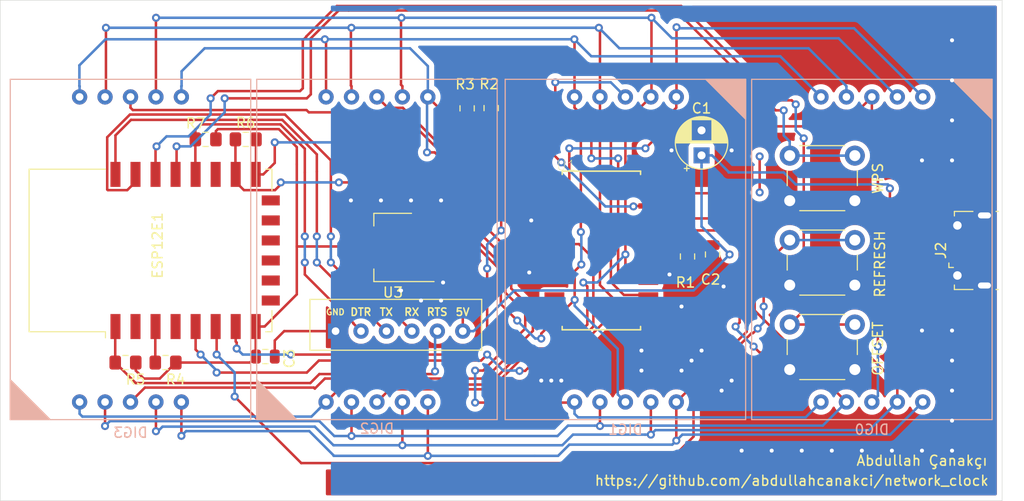
<source format=kicad_pcb>
(kicad_pcb (version 20171130) (host pcbnew 5.1.2-f72e74a~84~ubuntu19.04.1)
  (layers (0 F.Cu signal) (31 B.Cu signal) (34 B.Paste user) (35 F.Paste user) (36 B.SilkS user) (37 F.SilkS user) (38 B.Mask user) (39 F.Mask user) (44 Edge.Cuts user))
  (net 0 "")
  (net 1 GNDREF)
  (net 2 +5V)
  (net 3 +3V3)
  (net 4 "Net-(R1-Pad1)")
  (net 5 "Net-(R2-Pad2)")
  (net 6 "Net-(R2-Pad1)")
  (net 7 /SEG_DP)
  (net 8 /LOAD_3V3)
  (net 9 "Net-(U1-Pad24)")
  (net 10 /SEG_D)
  (net 11 /SEG_E)
  (net 12 /SEG_C)
  (net 13 /SEG_G)
  (net 14 /SEG_B)
  (net 15 /SEG_F)
  (net 16 /SEG_A)
  (net 17 /CLOCK_3V3)
  (net 18 /DIG_1)
  (net 19 /DIG_5)
  (net 20 /DIG_7)
  (net 21 /DIG_3)
  (net 22 /DIG_2)
  (net 23 /DIG_6)
  (net 24 /DIG_4)
  (net 25 /DIG_0)
  (net 26 /MOSI_3V3)
  (net 27 "Net-(ESP12E1-Pad22)")
  (net 28 "Net-(ESP12E1-Pad21)")
  (net 29 "Net-(ESP12E1-Pad18)")
  (net 30 "Net-(ESP12E1-Pad17)")
  (net 31 "Net-(ESP12E1-Pad14)")
  (net 32 "Net-(ESP12E1-Pad13)")
  (net 33 "Net-(ESP12E1-Pad12)")
  (net 34 "Net-(ESP12E1-Pad11)")
  (net 35 "Net-(ESP12E1-Pad10)")
  (net 36 "Net-(ESP12E1-Pad9)")
  (net 37 "Net-(ESP12E1-Pad4)")
  (net 38 "Net-(ESP12E1-Pad3)")
  (net 39 "Net-(ESP12E1-Pad2)")
  (net 40 "Net-(ESP12E1-Pad1)")
  (net 41 /BUT_REFRESH)
  (net 42 /BUT_WPS)
  (net 43 /BUT_OFFSET)
  (net 44 "Net-(J2-Pad3)")
  (net 45 "Net-(J2-Pad4)")
  (net 46 "Net-(J2-Pad2)")
  (module Connector_USB:USB_Micro-B_Molex-105017-0001 (layer F.Cu) (at 97 25 90)
    (fp_text reference J2 (at 0 -3.1125 90) (layer F.SilkS))
    (fp_text value USB_B_Micro)
    (pad 6 smd rect (at -2.9 1.2375 90) (size 1.2 1.9) (layers F.Cu F.Mask) (net 1 GNDREF))
    (pad 6 smd rect (at 2.9 1.2375 90) (size 1.2 1.9) (layers F.Cu F.Mask) (net 1 GNDREF))
    (pad 6 thru_hole oval (at 3.5 1.2375 90) (size 1.2 1.9) (drill oval 0.6 1.3) (layers *.Cu *.Mask) (net 1 GNDREF))
    (pad 6 thru_hole oval (at -3.5 1.2375 270) (size 1.2 1.9) (drill oval 0.6 1.3) (layers *.Cu *.Mask) (net 1 GNDREF))
    (pad 6 smd rect (at -1 1.2375 90) (size 1.5 1.9) (layers F.Cu F.Paste F.Mask) (net 1 GNDREF))
    (pad 6 thru_hole circle (at 2.5 -1.4625 90) (size 1.45 1.45) (drill 0.85) (layers *.Cu *.Mask) (net 1 GNDREF))
    (pad 3 smd rect (at 0 -1.4625 90) (size 0.4 1.35) (layers F.Cu F.Paste F.Mask) (net 44 "Net-(J2-Pad3)"))
    (pad 4 smd rect (at 0.65 -1.4625 90) (size 0.4 1.35) (layers F.Cu F.Paste F.Mask) (net 45 "Net-(J2-Pad4)"))
    (pad 5 smd rect (at 1.3 -1.4625 90) (size 0.4 1.35) (layers F.Cu F.Paste F.Mask) (net 1 GNDREF))
    (pad 1 smd rect (at -1.3 -1.4625 90) (size 0.4 1.35) (layers F.Cu F.Paste F.Mask) (net 2 +5V))
    (pad 2 smd rect (at -0.65 -1.4625 90) (size 0.4 1.35) (layers F.Cu F.Paste F.Mask) (net 46 "Net-(J2-Pad2)"))
    (pad 6 thru_hole circle (at -2.5 -1.4625 90) (size 1.45 1.45) (drill 0.85) (layers *.Cu *.Mask) (net 1 GNDREF))
    (pad 6 smd rect (at 1 1.2375 90) (size 1.5 1.9) (layers F.Cu F.Paste F.Mask) (net 1 GNDREF))
  )
  (module Button_Switch_THT:SW_PUSH_6mm (layer F.Cu) (at 78.8 23.9625)
    (fp_text reference REFRESH (at 9 2.4 90) (layer F.SilkS))
    (fp_text value SW_Push hide)
    (pad 1 thru_hole circle (at 6.5 0 90) (size 2 2) (drill 1.1) (layers *.Cu *.Mask) (net 43 /BUT_OFFSET))
    (pad 2 thru_hole circle (at 6.5 4.5 90) (size 2 2) (drill 1.1) (layers *.Cu *.Mask) (net 1 GNDREF))
    (pad 1 thru_hole circle (at 0 0 90) (size 2 2) (drill 1.1) (layers *.Cu *.Mask) (net 43 /BUT_OFFSET))
    (pad 2 thru_hole circle (at 0 4.5 90) (size 2 2) (drill 1.1) (layers *.Cu *.Mask) (net 1 GNDREF))
  )
  (module Button_Switch_THT:SW_PUSH_6mm (layer F.Cu) (at 78.8 32.4)
    (fp_text reference OFFSET (at 8.8 2.4 90) (layer F.SilkS))
    (fp_text value SW_Push hide)
    (pad 1 thru_hole circle (at 6.5 0 90) (size 2 2) (drill 1.1) (layers *.Cu *.Mask) (net 41 /BUT_REFRESH))
    (pad 2 thru_hole circle (at 6.5 4.5 90) (size 2 2) (drill 1.1) (layers *.Cu *.Mask) (net 1 GNDREF))
    (pad 1 thru_hole circle (at 0 0 90) (size 2 2) (drill 1.1) (layers *.Cu *.Mask) (net 41 /BUT_REFRESH))
    (pad 2 thru_hole circle (at 0 4.5 90) (size 2 2) (drill 1.1) (layers *.Cu *.Mask) (net 1 GNDREF))
  )
  (module Button_Switch_THT:SW_PUSH_6mm (layer F.Cu) (at 78.8 15.525001)
    (fp_text reference WPS (at 8.8 2.274999 90) (layer F.SilkS))
    (fp_text value SW_Push hide)
    (pad 1 thru_hole circle (at 6.5 0 90) (size 2 2) (drill 1.1) (layers *.Cu *.Mask) (net 42 /BUT_WPS))
    (pad 2 thru_hole circle (at 6.5 4.5 90) (size 2 2) (drill 1.1) (layers *.Cu *.Mask) (net 1 GNDREF))
    (pad 1 thru_hole circle (at 0 0 90) (size 2 2) (drill 1.1) (layers *.Cu *.Mask) (net 42 /BUT_WPS))
    (pad 2 thru_hole circle (at 0 4.5 90) (size 2 2) (drill 1.1) (layers *.Cu *.Mask) (net 1 GNDREF))
  )
  (module PhysicalDevice:E6-1100CUR1 (layer B.Cu) (at 13 41.9)
    (fp_text reference DIG3 (at 0 1.3) (layer B.SilkS) (effects (justify mirror)))
    (fp_text value HDSP-7503 hide)
    (pad 10 thru_hole circle (at -5.08 -1.76) (size 1.524 1.524) (drill 0.762) (layers *.Cu *.Mask) (net 13 /SEG_G))
    (pad 9 thru_hole circle (at -2.54 -1.76) (size 1.524 1.524) (drill 0.762) (layers *.Cu *.Mask) (net 12 /SEG_C))
    (pad 8 thru_hole circle (at 0 -1.76) (size 1.524 1.524) (drill 0.762) (layers *.Cu *.Mask) (net 21 /DIG_3))
    (pad 7 thru_hole circle (at 2.54 -1.76) (size 1.524 1.524) (drill 0.762) (layers *.Cu *.Mask) (net 10 /SEG_D))
    (pad 6 thru_hole circle (at 5.08 -1.76) (size 1.524 1.524) (drill 0.762) (layers *.Cu *.Mask) (net 11 /SEG_E))
    (pad 5 thru_hole circle (at 5.08 -32.24) (size 1.524 1.524) (drill 0.762) (layers *.Cu *.Mask) (net 7 /SEG_DP))
    (pad 4 thru_hole circle (at 2.54 -32.24) (size 1.524 1.524) (drill 0.762) (layers *.Cu *.Mask) (net 15 /SEG_F))
    (pad 3 thru_hole circle (at 0 -32.24) (size 1.524 1.524) (drill 0.762) (layers *.Cu *.Mask) (net 21 /DIG_3))
    (pad 2 thru_hole circle (at -2.54 -32.24) (size 1.524 1.524) (drill 0.762) (layers *.Cu *.Mask) (net 16 /SEG_A))
    (pad 1 thru_hole circle (at -5.08 -32.24) (size 1.524 1.524) (drill 0.762) (layers *.Cu *.Mask) (net 14 /SEG_B))
  )
  (module PhysicalDevice:E6-1100CUR1 (layer B.Cu) (at 37.6 41.9)
    (fp_text reference DIG2 (at 0 0.9) (layer B.SilkS) (effects (justify mirror)))
    (fp_text value HDSP-7503 hide)
    (pad 10 thru_hole circle (at -5.08 -1.76) (size 1.524 1.524) (drill 0.762) (layers *.Cu *.Mask) (net 13 /SEG_G))
    (pad 9 thru_hole circle (at -2.54 -1.76) (size 1.524 1.524) (drill 0.762) (layers *.Cu *.Mask) (net 12 /SEG_C))
    (pad 8 thru_hole circle (at 0 -1.76) (size 1.524 1.524) (drill 0.762) (layers *.Cu *.Mask) (net 22 /DIG_2))
    (pad 7 thru_hole circle (at 2.54 -1.76) (size 1.524 1.524) (drill 0.762) (layers *.Cu *.Mask) (net 10 /SEG_D))
    (pad 6 thru_hole circle (at 5.08 -1.76) (size 1.524 1.524) (drill 0.762) (layers *.Cu *.Mask) (net 11 /SEG_E))
    (pad 5 thru_hole circle (at 5.08 -32.24) (size 1.524 1.524) (drill 0.762) (layers *.Cu *.Mask) (net 7 /SEG_DP))
    (pad 4 thru_hole circle (at 2.54 -32.24) (size 1.524 1.524) (drill 0.762) (layers *.Cu *.Mask) (net 15 /SEG_F))
    (pad 3 thru_hole circle (at 0 -32.24) (size 1.524 1.524) (drill 0.762) (layers *.Cu *.Mask) (net 22 /DIG_2))
    (pad 2 thru_hole circle (at -2.54 -32.24) (size 1.524 1.524) (drill 0.762) (layers *.Cu *.Mask) (net 16 /SEG_A))
    (pad 1 thru_hole circle (at -5.08 -32.24) (size 1.524 1.524) (drill 0.762) (layers *.Cu *.Mask) (net 14 /SEG_B))
  )
  (module PhysicalDevice:E6-1100CUR1 (layer B.Cu) (at 62.4 7.9 180)
    (fp_text reference DIG1 (at 0 -35) (layer B.SilkS) (effects (justify mirror)))
    (fp_text value HDSP-7503 hide)
    (pad 10 thru_hole circle (at -5.08 -1.76 180) (size 1.524 1.524) (drill 0.762) (layers *.Cu *.Mask) (net 13 /SEG_G))
    (pad 9 thru_hole circle (at -2.54 -1.76 180) (size 1.524 1.524) (drill 0.762) (layers *.Cu *.Mask) (net 15 /SEG_F))
    (pad 8 thru_hole circle (at 0 -1.76 180) (size 1.524 1.524) (drill 0.762) (layers *.Cu *.Mask) (net 18 /DIG_1))
    (pad 7 thru_hole circle (at 2.54 -1.76 180) (size 1.524 1.524) (drill 0.762) (layers *.Cu *.Mask) (net 16 /SEG_A))
    (pad 6 thru_hole circle (at 5.08 -1.76 180) (size 1.524 1.524) (drill 0.762) (layers *.Cu *.Mask) (net 14 /SEG_B))
    (pad 5 thru_hole circle (at 5.08 -32.24 180) (size 1.524 1.524) (drill 0.762) (layers *.Cu *.Mask) (net 7 /SEG_DP))
    (pad 4 thru_hole circle (at 2.54 -32.24 180) (size 1.524 1.524) (drill 0.762) (layers *.Cu *.Mask) (net 12 /SEG_C))
    (pad 3 thru_hole circle (at 0 -32.24 180) (size 1.524 1.524) (drill 0.762) (layers *.Cu *.Mask) (net 18 /DIG_1))
    (pad 2 thru_hole circle (at -2.54 -32.24 180) (size 1.524 1.524) (drill 0.762) (layers *.Cu *.Mask) (net 10 /SEG_D))
    (pad 1 thru_hole circle (at -5.08 -32.24 180) (size 1.524 1.524) (drill 0.762) (layers *.Cu *.Mask) (net 11 /SEG_E))
  )
  (module PhysicalDevice:E6-1100CUR1 (layer B.Cu) (at 87 7.9 180)
    (fp_text reference DIG0 (at 0 -35) (layer B.SilkS) (effects (justify mirror)))
    (fp_text value HDSP-7503 hide)
    (pad 10 thru_hole circle (at -5.08 -1.76 180) (size 1.524 1.524) (drill 0.762) (layers *.Cu *.Mask) (net 13 /SEG_G))
    (pad 9 thru_hole circle (at -2.54 -1.76 180) (size 1.524 1.524) (drill 0.762) (layers *.Cu *.Mask) (net 15 /SEG_F))
    (pad 8 thru_hole circle (at 0 -1.76 180) (size 1.524 1.524) (drill 0.762) (layers *.Cu *.Mask) (net 25 /DIG_0))
    (pad 7 thru_hole circle (at 2.54 -1.76 180) (size 1.524 1.524) (drill 0.762) (layers *.Cu *.Mask) (net 16 /SEG_A))
    (pad 6 thru_hole circle (at 5.08 -1.76 180) (size 1.524 1.524) (drill 0.762) (layers *.Cu *.Mask) (net 14 /SEG_B))
    (pad 5 thru_hole circle (at 5.08 -32.24 180) (size 1.524 1.524) (drill 0.762) (layers *.Cu *.Mask) (net 7 /SEG_DP))
    (pad 4 thru_hole circle (at 2.54 -32.24 180) (size 1.524 1.524) (drill 0.762) (layers *.Cu *.Mask) (net 12 /SEG_C))
    (pad 3 thru_hole circle (at 0 -32.24 180) (size 1.524 1.524) (drill 0.762) (layers *.Cu *.Mask) (net 25 /DIG_0))
    (pad 2 thru_hole circle (at -2.54 -32.24 180) (size 1.524 1.524) (drill 0.762) (layers *.Cu *.Mask) (net 10 /SEG_D))
    (pad 1 thru_hole circle (at -5.08 -32.24 180) (size 1.524 1.524) (drill 0.762) (layers *.Cu *.Mask) (net 11 /SEG_E))
  )
  (module Package_TO_SOT_SMD:SOT-223-3_TabPin2 (layer F.Cu) (at 39.2 24.7 180)
    (fp_text reference U3 (at 0 -4.5) (layer F.SilkS))
    (fp_text value AMS1117-3.3)
    (pad 1 smd rect (at -3.15 -2.3 180) (size 2 1.5) (layers F.Cu F.Paste F.Mask) (net 1 GNDREF))
    (pad 3 smd rect (at -3.15 2.3 180) (size 2 1.5) (layers F.Cu F.Paste F.Mask) (net 2 +5V))
    (pad 2 smd rect (at -3.15 0 180) (size 2 1.5) (layers F.Cu F.Paste F.Mask) (net 3 +3V3))
    (pad 2 smd rect (at 3.15 0 180) (size 2 3.8) (layers F.Cu F.Paste F.Mask) (net 3 +3V3))
  )
  (module RF_Module:ESP-12E (layer F.Cu) (at 15 25 90)
    (fp_text reference ESP12E1 (at 0.5 0.7 90) (layer F.SilkS))
    (fp_text value ESP-12E)
    (pad 22 smd rect (at 7.6 -3.5 90) (size 2.5 1) (layers F.Cu F.Paste F.Mask) (net 27 "Net-(ESP12E1-Pad22)"))
    (pad 21 smd rect (at 7.6 -1.5 90) (size 2.5 1) (layers F.Cu F.Paste F.Mask) (net 28 "Net-(ESP12E1-Pad21)"))
    (pad 20 smd rect (at 7.6 0.5 90) (size 2.5 1) (layers F.Cu F.Paste F.Mask) (net 41 /BUT_REFRESH))
    (pad 19 smd rect (at 7.6 2.5 90) (size 2.5 1) (layers F.Cu F.Paste F.Mask) (net 42 /BUT_WPS))
    (pad 18 smd rect (at 7.6 4.5 90) (size 2.5 1) (layers F.Cu F.Paste F.Mask) (net 29 "Net-(ESP12E1-Pad18)"))
    (pad 17 smd rect (at 7.6 6.5 90) (size 2.5 1) (layers F.Cu F.Paste F.Mask) (net 30 "Net-(ESP12E1-Pad17)"))
    (pad 16 smd rect (at 7.6 8.5 90) (size 2.5 1) (layers F.Cu F.Paste F.Mask) (net 8 /LOAD_3V3))
    (pad 15 smd rect (at 7.6 10.5 90) (size 2.5 1) (layers F.Cu F.Paste F.Mask) (net 1 GNDREF))
    (pad 14 smd rect (at 5 12 90) (size 1 1.8) (layers F.Cu F.Paste F.Mask) (net 31 "Net-(ESP12E1-Pad14)"))
    (pad 13 smd rect (at 3 12 90) (size 1 1.8) (layers F.Cu F.Paste F.Mask) (net 32 "Net-(ESP12E1-Pad13)"))
    (pad 12 smd rect (at 1 12 90) (size 1 1.8) (layers F.Cu F.Paste F.Mask) (net 33 "Net-(ESP12E1-Pad12)"))
    (pad 11 smd rect (at -1 12 90) (size 1 1.8) (layers F.Cu F.Paste F.Mask) (net 34 "Net-(ESP12E1-Pad11)"))
    (pad 10 smd rect (at -3 12 90) (size 1 1.8) (layers F.Cu F.Paste F.Mask) (net 35 "Net-(ESP12E1-Pad10)"))
    (pad 9 smd rect (at -5 12 90) (size 1 1.8) (layers F.Cu F.Paste F.Mask) (net 36 "Net-(ESP12E1-Pad9)"))
    (pad 8 smd rect (at -7.6 10.5 90) (size 2.5 1) (layers F.Cu F.Paste F.Mask) (net 3 +3V3))
    (pad 7 smd rect (at -7.6 8.5 90) (size 2.5 1) (layers F.Cu F.Paste F.Mask) (net 26 /MOSI_3V3))
    (pad 6 smd rect (at -7.6 6.5 90) (size 2.5 1) (layers F.Cu F.Paste F.Mask) (net 43 /BUT_OFFSET))
    (pad 5 smd rect (at -7.6 4.5 90) (size 2.5 1) (layers F.Cu F.Paste F.Mask) (net 17 /CLOCK_3V3))
    (pad 4 smd rect (at -7.6 2.5 90) (size 2.5 1) (layers F.Cu F.Paste F.Mask) (net 37 "Net-(ESP12E1-Pad4)"))
    (pad 3 smd rect (at -7.6 0.5 90) (size 2.5 1) (layers F.Cu F.Paste F.Mask) (net 38 "Net-(ESP12E1-Pad3)"))
    (pad 2 smd rect (at -7.6 -1.5 90) (size 2.5 1) (layers F.Cu F.Paste F.Mask) (net 39 "Net-(ESP12E1-Pad2)"))
    (pad 1 smd rect (at -7.6 -3.5 90) (size 2.5 1) (layers F.Cu F.Paste F.Mask) (net 40 "Net-(ESP12E1-Pad1)"))
  )
  (module MAX7219CWGT:21-0042B_24 (layer F.Cu) (at 60 25)
    (fp_text reference U1 (at -3.5 -8.5 180) (layer F.SilkS) (effects (font (thickness 0.05))))
    (fp_text value MAX7219CWGT hide)
    (pad 24 smd rect (at 4.6863 -6.985) (size 1.9812 0.5334) (layers F.Cu F.Paste F.Mask) (net 9 "Net-(U1-Pad24)"))
    (pad 23 smd rect (at 4.6863 -5.715) (size 1.9812 0.5334) (layers F.Cu F.Paste F.Mask) (net 10 /SEG_D))
    (pad 22 smd rect (at 4.6863 -4.445) (size 1.9812 0.5334) (layers F.Cu F.Paste F.Mask) (net 6 "Net-(R2-Pad1)"))
    (pad 21 smd rect (at 4.6863 -3.175) (size 1.9812 0.5334) (layers F.Cu F.Paste F.Mask) (net 11 /SEG_E))
    (pad 20 smd rect (at 4.6863 -1.905) (size 1.9812 0.5334) (layers F.Cu F.Paste F.Mask) (net 12 /SEG_C))
    (pad 19 smd rect (at 4.6863 -0.635) (size 1.9812 0.5334) (layers F.Cu F.Paste F.Mask) (net 2 +5V))
    (pad 18 smd rect (at 4.6863 0.635) (size 1.9812 0.5334) (layers F.Cu F.Paste F.Mask) (net 4 "Net-(R1-Pad1)"))
    (pad 17 smd rect (at 4.6863 1.905) (size 1.9812 0.5334) (layers F.Cu F.Paste F.Mask) (net 13 /SEG_G))
    (pad 16 smd rect (at 4.6863 3.175) (size 1.9812 0.5334) (layers F.Cu F.Paste F.Mask) (net 14 /SEG_B))
    (pad 15 smd rect (at 4.6863 4.445) (size 1.9812 0.5334) (layers F.Cu F.Paste F.Mask) (net 15 /SEG_F))
    (pad 14 smd rect (at 4.6863 5.715) (size 1.9812 0.5334) (layers F.Cu F.Paste F.Mask) (net 16 /SEG_A))
    (pad 13 smd rect (at 4.6863 6.985) (size 1.9812 0.5334) (layers F.Cu F.Paste F.Mask) (net 17 /CLOCK_3V3))
    (pad 12 smd rect (at -4.6863 6.985) (size 1.9812 0.5334) (layers F.Cu F.Paste F.Mask) (net 8 /LOAD_3V3))
    (pad 11 smd rect (at -4.6863 5.715) (size 1.9812 0.5334) (layers F.Cu F.Paste F.Mask) (net 18 /DIG_1))
    (pad 10 smd rect (at -4.6863 4.445) (size 1.9812 0.5334) (layers F.Cu F.Paste F.Mask) (net 19 /DIG_5))
    (pad 9 smd rect (at -4.6863 3.175) (size 1.9812 0.5334) (layers F.Cu F.Paste F.Mask) (net 1 GNDREF))
    (pad 8 smd rect (at -4.6863 1.905) (size 1.9812 0.5334) (layers F.Cu F.Paste F.Mask) (net 20 /DIG_7))
    (pad 7 smd rect (at -4.6863 0.635) (size 1.9812 0.5334) (layers F.Cu F.Paste F.Mask) (net 21 /DIG_3))
    (pad 6 smd rect (at -4.6863 -0.635) (size 1.9812 0.5334) (layers F.Cu F.Paste F.Mask) (net 22 /DIG_2))
    (pad 5 smd rect (at -4.6863 -1.905) (size 1.9812 0.5334) (layers F.Cu F.Paste F.Mask) (net 23 /DIG_6))
    (pad 4 smd rect (at -4.6863 -3.175) (size 1.9812 0.5334) (layers F.Cu F.Paste F.Mask) (net 1 GNDREF))
    (pad 3 smd rect (at -4.6863 -4.445) (size 1.9812 0.5334) (layers F.Cu F.Paste F.Mask) (net 24 /DIG_4))
    (pad 2 smd rect (at -4.6863 -5.715) (size 1.9812 0.5334) (layers F.Cu F.Paste F.Mask) (net 25 /DIG_0))
    (pad 1 smd rect (at -4.6863 -6.985) (size 1.9812 0.5334) (layers F.Cu F.Paste F.Mask) (net 26 /MOSI_3V3))
  )
  (module Resistor_SMD:R_0805_2012Metric_Pad1.15x1.40mm_HandSolder (layer F.Cu) (at 20.5 13.9 180)
    (fp_text reference R7 (at 1 1.6) (layer F.SilkS))
    (fp_text value 10k hide)
    (pad 2 smd roundrect (at 1.025 0 180) (size 1.15 1.4) (layers F.Cu F.Paste F.Mask) (roundrect_rratio 0.217391) (net 29 "Net-(ESP12E1-Pad18)"))
    (pad 1 smd roundrect (at -1.025 0 180) (size 1.15 1.4) (layers F.Cu F.Paste F.Mask) (roundrect_rratio 0.217391) (net 3 +3V3))
  )
  (module Resistor_SMD:R_0805_2012Metric_Pad1.15x1.40mm_HandSolder (layer F.Cu) (at 24.5 13.9)
    (fp_text reference R6 (at 0 -1.65) (layer F.SilkS))
    (fp_text value 10k hide)
    (pad 2 smd roundrect (at 1.025 0) (size 1.15 1.4) (layers F.Cu F.Paste F.Mask) (roundrect_rratio 0.217391) (net 1 GNDREF))
    (pad 1 smd roundrect (at -1.025 0) (size 1.15 1.4) (layers F.Cu F.Paste F.Mask) (roundrect_rratio 0.217391) (net 8 /LOAD_3V3))
  )
  (module Resistor_SMD:R_0805_2012Metric_Pad1.15x1.40mm_HandSolder (layer F.Cu) (at 12.5 36.2 180)
    (fp_text reference R5 (at -1 -1.7) (layer F.SilkS))
    (fp_text value 10k hide)
    (pad 2 smd roundrect (at 1.025 0 180) (size 1.15 1.4) (layers F.Cu F.Paste F.Mask) (roundrect_rratio 0.217391) (net 40 "Net-(ESP12E1-Pad1)"))
    (pad 1 smd roundrect (at -1.025 0 180) (size 1.15 1.4) (layers F.Cu F.Paste F.Mask) (roundrect_rratio 0.217391) (net 3 +3V3))
  )
  (module Resistor_SMD:R_0805_2012Metric_Pad1.15x1.40mm_HandSolder (layer F.Cu) (at 16.5 36.2 180)
    (fp_text reference R4 (at -1 -1.7) (layer F.SilkS))
    (fp_text value 10k hide)
    (pad 2 smd roundrect (at 1.025 0 180) (size 1.15 1.4) (layers F.Cu F.Paste F.Mask) (roundrect_rratio 0.217391) (net 38 "Net-(ESP12E1-Pad3)"))
    (pad 1 smd roundrect (at -1.025 0 180) (size 1.15 1.4) (layers F.Cu F.Paste F.Mask) (roundrect_rratio 0.217391) (net 3 +3V3))
  )
  (module Resistor_SMD:R_0805_2012Metric_Pad1.15x1.40mm_HandSolder (layer F.Cu) (at 46.6 10.8 90)
    (fp_text reference R3 (at 2.4 -0.2 180) (layer F.SilkS))
    (fp_text value 0 hide)
    (pad 2 smd roundrect (at 1.025 0 90) (size 1.15 1.4) (layers F.Cu F.Paste F.Mask) (roundrect_rratio 0.217391) (net 5 "Net-(R2-Pad2)"))
    (pad 1 smd roundrect (at -1.025 0 90) (size 1.15 1.4) (layers F.Cu F.Paste F.Mask) (roundrect_rratio 0.217391) (net 7 /SEG_DP))
  )
  (module Resistor_SMD:R_0805_2012Metric_Pad1.15x1.40mm_HandSolder (layer F.Cu) (at 49 10.775 90)
    (fp_text reference R2 (at 2.4 -0.2 180) (layer F.SilkS))
    (fp_text value 0 hide)
    (pad 2 smd roundrect (at 1.025 0 90) (size 1.15 1.4) (layers F.Cu F.Paste F.Mask) (roundrect_rratio 0.217391) (net 5 "Net-(R2-Pad2)"))
    (pad 1 smd roundrect (at -1.025 0 90) (size 1.15 1.4) (layers F.Cu F.Paste F.Mask) (roundrect_rratio 0.217391) (net 6 "Net-(R2-Pad1)"))
  )
  (module Resistor_SMD:R_0805_2012Metric_Pad1.15x1.40mm_HandSolder (layer F.Cu) (at 68.6 25.6 90)
    (fp_text reference R1 (at -2.6 -0.2 180) (layer F.SilkS))
    (fp_text value 47k hide)
    (pad 2 smd roundrect (at 1.025 0 90) (size 1.15 1.4) (layers F.Cu F.Paste F.Mask) (roundrect_rratio 0.217391) (net 2 +5V))
    (pad 1 smd roundrect (at -1.025 0 90) (size 1.15 1.4) (layers F.Cu F.Paste F.Mask) (roundrect_rratio 0.217391) (net 4 "Net-(R1-Pad1)"))
  )
  (module PhysicalDevice:ProgrammingHeader (layer F.Cu) (at 39.8 35.6 180)
    (fp_text reference J1 hide)
    (fp_text value Conn_01x06 hide)
    (fp_text user GND (at 6.35 4.445) (layer F.SilkS) (effects (font (size 0.6 0.6) (thickness 0.125))))
    (fp_text user DTR (at 3.81 4.445) (layer F.SilkS) (effects (font (size 0.75 0.75))))
    (fp_text user TX (at 1.27 4.445) (layer F.SilkS) (effects (font (size 0.75 0.75))))
    (fp_text user RX (at -1.27 4.445) (layer F.SilkS) (effects (font (size 0.75 0.75))))
    (fp_text user RTS (at -3.81 4.445) (layer F.SilkS) (effects (font (size 0.75 0.75))))
    (fp_text user 5V (at -6.35 4.445) (layer F.SilkS) (effects (font (size 0.75 0.75))))
    (pad 6 thru_hole rect (at 6.332 2.54 180) (size 1.524 1.524) (drill 0.762) (layers *.Cu *.Mask) (net 1 GNDREF))
    (pad 5 thru_hole circle (at 3.792 2.54 180) (size 1.524 1.524) (drill 0.762) (layers *.Cu *.Mask) (net 29 "Net-(ESP12E1-Pad18)"))
    (pad 4 thru_hole circle (at 1.252 2.54 180) (size 1.524 1.524) (drill 0.762) (layers *.Cu *.Mask) (net 27 "Net-(ESP12E1-Pad22)"))
    (pad 3 thru_hole circle (at -1.288 2.54 180) (size 1.524 1.524) (drill 0.762) (layers *.Cu *.Mask) (net 28 "Net-(ESP12E1-Pad21)"))
    (pad 2 thru_hole circle (at -3.828 2.54 180) (size 1.524 1.524) (drill 0.762) (layers *.Cu *.Mask) (net 40 "Net-(ESP12E1-Pad1)"))
    (pad 1 thru_hole circle (at -6.368 2.54 180) (size 1.524 1.524) (drill 0.762) (layers *.Cu *.Mask) (net 2 +5V))
  )
  (module Capacitor_SMD:C_0805_2012Metric (layer F.Cu) (at 26.4625 35.6)
    (fp_text reference C3 (at 2.4 0.2 90) (layer F.SilkS))
    (fp_text value 100nF hide)
    (pad 2 smd roundrect (at 0.9375 0) (size 0.975 1.4) (layers F.Cu F.Paste F.Mask) (net 1 GNDREF))
    (pad 1 smd roundrect (at -0.9375 0) (size 0.975 1.4) (layers F.Cu F.Paste F.Mask) (net 3 +3V3))
  )
  (module Capacitor_SMD:C_0805_2012Metric (layer F.Cu) (at 71.1 25.4 270)
    (fp_text reference C2 (at 2.5 0.2 180) (layer F.SilkS))
    (fp_text value 100nF hide)
    (pad 2 smd roundrect (at 0.9375 0 270) (size 0.975 1.4) (layers F.Cu F.Paste F.Mask) (net 1 GNDREF))
    (pad 1 smd roundrect (at -0.9375 0 270) (size 0.975 1.4) (layers F.Cu F.Paste F.Mask) (net 2 +5V))
  )
  (module Capacitor_THT:CP_Radial_D5.0mm_P2.50mm (layer F.Cu) (at 70 15.5 90)
    (fp_text reference C1 (at 4.7 0 180) (layer F.SilkS))
    (fp_text value 10uF)
    (pad 2 thru_hole circle (at 2.5 0 90) (size 1.6 1.6) (drill 0.8) (layers *.Cu *.Mask) (net 1 GNDREF))
    (pad 1 thru_hole rect (at 0 0 90) (size 1.6 1.6) (drill 0.8) (layers *.Cu *.Mask) (net 2 +5V))
  )
  (gr_text https://github.com/abdullahcanakci/network_clock (at 79 48) (layer F.SilkS) (effects (font (size 1 1))))
  (gr_text "Abdullah Çanakçı" (at 92 46) (layer F.SilkS) (effects (font (size 1 1))))
  (gr_line (start 0 50) (end 0 0) (layer Edge.Cuts) (width 0.05))
  (gr_line (start 100 50) (end 0 50) (layer Edge.Cuts) (width 0.05))
  (gr_line (start 100 0) (end 100 50) (layer Edge.Cuts) (width 0.05))
  (gr_line (start 0 0) (end 100 0) (layer Edge.Cuts) (width 0.05))
  (segment (start 75.8 19.2) (end 75.8 19.2) (width 0.25) (layer F.Cu) (net 0))
  (segment (start 75.8 15.6) (end 75.8 15.6) (width 0.25) (layer F.Cu) (net 0))
  (via (at 75.8 15.6) (size 0.8) (drill 0.4) (layers F.Cu B.Cu) (net 0))
  (segment (start 75.8 19.2) (end 75.8 15.6) (width 0.25) (layer F.Cu) (net 0))
  (via (at 75.8 19.2) (size 0.8) (drill 0.4) (layers F.Cu B.Cu) (net 0))
  (segment (start 66.8 27.4) (end 66.8 27.4) (width 0.25) (layer F.Cu) (net 1))
  (segment (start 66.8 29.4) (end 68 30.6) (width 0.25) (layer F.Cu) (net 1))
  (via (at 68 30.6) (size 0.8) (drill 0.4) (layers F.Cu B.Cu) (net 1))
  (segment (start 66.8 27.4) (end 66.8 29.4) (width 0.25) (layer F.Cu) (net 1))
  (via (at 66.8 27.4) (size 0.8) (drill 0.4) (layers F.Cu B.Cu) (net 1))
  (segment (start 25.525 17.375) (end 25.5 17.4) (width 0.25) (layer F.Cu) (net 1))
  (segment (start 25.525 13.9) (end 25.525 17.375) (width 0.25) (layer F.Cu) (net 1))
  (segment (start 71.1 26.3375) (end 71.1 27.5) (width 0.25) (layer F.Cu) (net 1))
  (via (at 72.2 28.6) (size 0.8) (drill 0.4) (layers F.Cu B.Cu) (net 1))
  (segment (start 71.1 27.5) (end 72.2 28.6) (width 0.25) (layer F.Cu) (net 1))
  (segment (start 54.0731 28.175) (end 53.0981 27.2) (width 0.25) (layer F.Cu) (net 1))
  (segment (start 55.3137 28.175) (end 54.0731 28.175) (width 0.25) (layer F.Cu) (net 1))
  (via (at 52.8 27.2) (size 0.8) (drill 0.4) (layers F.Cu B.Cu) (net 1))
  (segment (start 53.0981 27.2) (end 52.8 27.2) (width 0.25) (layer F.Cu) (net 1))
  (segment (start 54.0731 21.825) (end 53.8981 22) (width 0.25) (layer F.Cu) (net 1))
  (segment (start 55.3137 21.825) (end 54.0731 21.825) (width 0.25) (layer F.Cu) (net 1))
  (via (at 53 22) (size 0.8) (drill 0.4) (layers F.Cu B.Cu) (net 1))
  (segment (start 53.8981 22) (end 53 22) (width 0.25) (layer F.Cu) (net 1))
  (segment (start 43.6 27) (end 44.2 27.6) (width 0.25) (layer F.Cu) (net 1))
  (segment (start 42.35 27) (end 43.6 27) (width 0.25) (layer F.Cu) (net 1))
  (via (at 44.2 28.2) (size 0.8) (drill 0.4) (layers F.Cu B.Cu) (net 1))
  (segment (start 44.2 27.6) (end 44.2 28.2) (width 0.25) (layer F.Cu) (net 1))
  (segment (start 27.4 35.6) (end 27.4 34) (width 0.25) (layer F.Cu) (net 1))
  (segment (start 28.34 33.06) (end 33.468 33.06) (width 0.25) (layer F.Cu) (net 1))
  (segment (start 27.4 34) (end 28.34 33.06) (width 0.25) (layer F.Cu) (net 1))
  (segment (start 26.25 17.4) (end 27.4 16.25) (width 0.25) (layer F.Cu) (net 1))
  (segment (start 25.5 17.4) (end 26.25 17.4) (width 0.25) (layer F.Cu) (net 1))
  (via (at 27.4 14.2) (size 0.8) (drill 0.4) (layers F.Cu B.Cu) (net 1))
  (segment (start 27.4 16.25) (end 27.4 14.2) (width 0.25) (layer F.Cu) (net 1))
  (segment (start 27.4 14.2) (end 33.8 14.2) (width 0.25) (layer B.Cu) (net 1))
  (segment (start 98.2375 21.5) (end 98.2375 20.8375) (width 0.25) (layer B.Cu) (net 1))
  (segment (start 98.2375 20.8375) (end 98.2 20.8) (width 0.25) (layer B.Cu) (net 1))
  (segment (start 98.2 20.8) (end 98.2 20.6) (width 0.25) (layer B.Cu) (net 1))
  (segment (start 98.2375 21.5) (end 98.2375 28.5) (width 0.25) (layer B.Cu) (net 1))
  (via (at 70 35) (size 0.8) (drill 0.4) (layers F.Cu B.Cu) (net 1))
  (via (at 69 36) (size 0.8) (drill 0.4) (layers F.Cu B.Cu) (net 1))
  (via (at 68 37) (size 0.8) (drill 0.4) (layers F.Cu B.Cu) (net 1))
  (via (at 73 38) (size 0.8) (drill 0.4) (layers F.Cu B.Cu) (net 1))
  (via (at 72 39) (size 0.8) (drill 0.4) (layers F.Cu B.Cu) (net 1))
  (via (at 54 38) (size 0.8) (drill 0.4) (layers F.Cu B.Cu) (net 1))
  (via (at 55 38) (size 0.8) (drill 0.4) (layers F.Cu B.Cu) (net 1))
  (via (at 56 38) (size 0.8) (drill 0.4) (layers F.Cu B.Cu) (net 1))
  (via (at 64 37) (size 0.8) (drill 0.4) (layers F.Cu B.Cu) (net 1))
  (via (at 64 35) (size 0.8) (drill 0.4) (layers F.Cu B.Cu) (net 1))
  (via (at 44 30) (size 0.8) (drill 0.4) (layers F.Cu B.Cu) (net 1))
  (via (at 42 30) (size 0.8) (drill 0.4) (layers F.Cu B.Cu) (net 1))
  (via (at 40 29) (size 0.8) (drill 0.4) (layers F.Cu B.Cu) (net 1))
  (via (at 35 20) (size 0.8) (drill 0.4) (layers F.Cu B.Cu) (net 1))
  (via (at 38 20) (size 0.8) (drill 0.4) (layers F.Cu B.Cu) (net 1))
  (via (at 41 20) (size 0.8) (drill 0.4) (layers F.Cu B.Cu) (net 1))
  (via (at 44 20) (size 0.8) (drill 0.4) (layers F.Cu B.Cu) (net 1))
  (via (at 95 4) (size 0.8) (drill 0.4) (layers F.Cu B.Cu) (net 1))
  (via (at 95 8) (size 0.8) (drill 0.4) (layers F.Cu B.Cu) (net 1))
  (via (at 95 12) (size 0.8) (drill 0.4) (layers F.Cu B.Cu) (net 1))
  (via (at 95 16) (size 0.8) (drill 0.4) (layers F.Cu B.Cu) (net 1))
  (via (at 92 16) (size 0.8) (drill 0.4) (layers F.Cu B.Cu) (net 1))
  (via (at 92 33) (size 0.8) (drill 0.4) (layers F.Cu B.Cu) (net 1))
  (via (at 95 33) (size 0.8) (drill 0.4) (layers F.Cu B.Cu) (net 1))
  (via (at 95 36) (size 0.8) (drill 0.4) (layers F.Cu B.Cu) (net 1))
  (via (at 95 39) (size 0.8) (drill 0.4) (layers F.Cu B.Cu) (net 1))
  (via (at 95 42) (size 0.8) (drill 0.4) (layers F.Cu B.Cu) (net 1))
  (via (at 95 45) (size 0.8) (drill 0.4) (layers F.Cu B.Cu) (net 1))
  (via (at 92 45) (size 0.8) (drill 0.4) (layers F.Cu B.Cu) (net 1))
  (via (at 89 45) (size 0.8) (drill 0.4) (layers F.Cu B.Cu) (net 1))
  (via (at 86 45) (size 0.8) (drill 0.4) (layers F.Cu B.Cu) (net 1))
  (via (at 83 45) (size 0.8) (drill 0.4) (layers F.Cu B.Cu) (net 1))
  (via (at 80 45) (size 0.8) (drill 0.4) (layers F.Cu B.Cu) (net 1))
  (via (at 77 45) (size 0.8) (drill 0.4) (layers F.Cu B.Cu) (net 1))
  (via (at 74 45) (size 0.8) (drill 0.4) (layers F.Cu B.Cu) (net 1))
  (via (at 73 15) (size 0.8) (drill 0.4) (layers F.Cu B.Cu) (net 1))
  (via (at 67 15) (size 0.8) (drill 0.4) (layers F.Cu B.Cu) (net 1))
  (segment (start 68.7125 24.4625) (end 68.6 24.575) (width 0.25) (layer F.Cu) (net 2))
  (segment (start 71.1 24.4625) (end 68.7125 24.4625) (width 0.25) (layer F.Cu) (net 2))
  (segment (start 64.8963 24.575) (end 64.6863 24.365) (width 0.25) (layer F.Cu) (net 2))
  (segment (start 68.6 24.575) (end 64.8963 24.575) (width 0.25) (layer F.Cu) (net 2))
  (via (at 72.8 25.4) (size 0.8) (drill 0.4) (layers F.Cu B.Cu) (net 2))
  (segment (start 71.8625 24.4625) (end 72.8 25.4) (width 0.25) (layer F.Cu) (net 2))
  (segment (start 71.1 24.4625) (end 71.8625 24.4625) (width 0.25) (layer F.Cu) (net 2))
  (segment (start 46.168 31.98237) (end 46.168 33.06) (width 0.25) (layer F.Cu) (net 2))
  (segment (start 46.168 25.968) (end 46.168 31.98237) (width 0.25) (layer F.Cu) (net 2))
  (segment (start 42.6 22.4) (end 46.168 25.968) (width 0.25) (layer F.Cu) (net 2))
  (segment (start 42.35 22.4) (end 42.6 22.4) (width 0.25) (layer F.Cu) (net 2))
  (segment (start 47.24563 33.06) (end 51.30563 29) (width 0.25) (layer B.Cu) (net 2))
  (segment (start 46.168 33.06) (end 47.24563 33.06) (width 0.25) (layer B.Cu) (net 2))
  (segment (start 69.2 29) (end 72.8 25.4) (width 0.25) (layer B.Cu) (net 2))
  (segment (start 51.30563 29) (end 69.2 29) (width 0.25) (layer B.Cu) (net 2))
  (segment (start 70 22.6) (end 72.8 25.4) (width 0.25) (layer B.Cu) (net 2))
  (segment (start 78.2 17.2) (end 79.4 18.4) (width 0.25) (layer B.Cu) (net 2))
  (segment (start 79.4 18.4) (end 88.6 18.4) (width 0.25) (layer B.Cu) (net 2))
  (segment (start 88.6 18.4) (end 88.8 18.6) (width 0.25) (layer B.Cu) (net 2))
  (via (at 88.8 18.8) (size 0.8) (drill 0.4) (layers F.Cu B.Cu) (net 2))
  (segment (start 88.8 18.6) (end 88.8 18.8) (width 0.25) (layer B.Cu) (net 2))
  (segment (start 88.8 18.8) (end 88.8 25.4) (width 0.25) (layer F.Cu) (net 2))
  (segment (start 89.7 26.3) (end 95.5375 26.3) (width 0.25) (layer F.Cu) (net 2))
  (segment (start 88.8 25.4) (end 89.7 26.3) (width 0.25) (layer F.Cu) (net 2))
  (segment (start 71.05 15.5) (end 72.7 17.15) (width 0.25) (layer B.Cu) (net 2))
  (segment (start 70 15.5) (end 71.05 15.5) (width 0.25) (layer B.Cu) (net 2))
  (segment (start 72.7 17.15) (end 72.7 17.2) (width 0.25) (layer B.Cu) (net 2))
  (segment (start 72.7 17.2) (end 78.2 17.2) (width 0.25) (layer B.Cu) (net 2))
  (segment (start 70 16.55) (end 70 19) (width 0.25) (layer B.Cu) (net 2))
  (segment (start 70 15.5) (end 70 16.55) (width 0.25) (layer B.Cu) (net 2))
  (segment (start 70 17.2) (end 70 19) (width 0.25) (layer B.Cu) (net 2))
  (segment (start 70 19) (end 70 22.6) (width 0.25) (layer B.Cu) (net 2))
  (segment (start 25.5 35.575) (end 25.525 35.6) (width 0.25) (layer F.Cu) (net 3))
  (segment (start 25.5 32.6) (end 25.5 35.575) (width 0.25) (layer F.Cu) (net 3))
  (segment (start 13.525 37) (end 14.325 37.8) (width 0.25) (layer F.Cu) (net 3))
  (segment (start 13.525 36.2) (end 13.525 37) (width 0.25) (layer F.Cu) (net 3))
  (segment (start 14.325 37.8) (end 15.925 37.8) (width 0.25) (layer F.Cu) (net 3))
  (segment (start 15.925 37.8) (end 17.525 36.2) (width 0.25) (layer F.Cu) (net 3))
  (segment (start 24.925 36.2) (end 25.525 35.6) (width 0.25) (layer F.Cu) (net 3))
  (segment (start 17.525 36.2) (end 24.925 36.2) (width 0.25) (layer F.Cu) (net 3))
  (segment (start 26.25 32.6) (end 25.5 32.6) (width 0.25) (layer F.Cu) (net 3))
  (segment (start 26.385002 32.6) (end 26.25 32.6) (width 0.25) (layer F.Cu) (net 3))
  (segment (start 29.6 29.385002) (end 26.385002 32.6) (width 0.25) (layer F.Cu) (net 3))
  (segment (start 34.8 24.7) (end 34.7 24.6) (width 0.25) (layer F.Cu) (net 3))
  (segment (start 34.7 24.6) (end 29.6 24.6) (width 0.25) (layer F.Cu) (net 3))
  (segment (start 36.05 24.7) (end 34.8 24.7) (width 0.25) (layer F.Cu) (net 3))
  (segment (start 29.6 24.6) (end 29.6 29.385002) (width 0.25) (layer F.Cu) (net 3))
  (segment (start 42.35 24.7) (end 36.05 24.7) (width 0.25) (layer F.Cu) (net 3))
  (segment (start 21.72501 12.87499) (end 27.80217 12.87499) (width 0.25) (layer F.Cu) (net 3))
  (segment (start 29.6 16.38681) (end 29.6 24.6) (width 0.25) (layer F.Cu) (net 3))
  (segment (start 21.525 13.075) (end 21.72501 12.87499) (width 0.25) (layer F.Cu) (net 3))
  (segment (start 27.80217 12.87499) (end 29.6 14.67282) (width 0.25) (layer F.Cu) (net 3))
  (segment (start 29.6 14.67282) (end 29.6 16.38681) (width 0.25) (layer F.Cu) (net 3))
  (segment (start 21.525 13.9) (end 21.525 13.075) (width 0.25) (layer F.Cu) (net 3))
  (segment (start 65.9269 25.635) (end 64.6863 25.635) (width 0.25) (layer F.Cu) (net 4))
  (segment (start 66.81 25.635) (end 65.9269 25.635) (width 0.25) (layer F.Cu) (net 4))
  (segment (start 67.8 26.625) (end 66.81 25.635) (width 0.25) (layer F.Cu) (net 4))
  (segment (start 68.6 26.625) (end 67.8 26.625) (width 0.25) (layer F.Cu) (net 4))
  (segment (start 48.975 9.775) (end 49 9.75) (width 0.25) (layer F.Cu) (net 5))
  (segment (start 46.6 9.775) (end 48.975 9.775) (width 0.25) (layer F.Cu) (net 5))
  (segment (start 63.4457 20.555) (end 63.4007 20.6) (width 0.25) (layer F.Cu) (net 6))
  (segment (start 64.6863 20.555) (end 63.4457 20.555) (width 0.25) (layer F.Cu) (net 6))
  (via (at 63.2 20.6) (size 0.8) (drill 0.4) (layers F.Cu B.Cu) (net 6))
  (segment (start 63.4007 20.6) (end 63.2 20.6) (width 0.25) (layer F.Cu) (net 6))
  (segment (start 63.2 20.6) (end 60.4 20.6) (width 0.25) (layer B.Cu) (net 6))
  (via (at 56 16.2) (size 0.8) (drill 0.4) (layers F.Cu B.Cu) (net 6))
  (segment (start 60.4 20.6) (end 56 16.2) (width 0.25) (layer B.Cu) (net 6))
  (segment (start 51.6 11.8) (end 49 11.8) (width 0.25) (layer F.Cu) (net 6))
  (segment (start 56 16.2) (end 51.6 11.8) (width 0.25) (layer F.Cu) (net 6))
  (segment (start 40.9 4.8) (end 42.68 6.58) (width 0.25) (layer B.Cu) (net 7))
  (segment (start 42.68 6.58) (end 42.68 9.66) (width 0.25) (layer B.Cu) (net 7))
  (segment (start 18.08 8.58237) (end 18.1 8.56237) (width 0.25) (layer B.Cu) (net 7))
  (segment (start 18.08 9.66) (end 18.08 8.58237) (width 0.25) (layer B.Cu) (net 7))
  (segment (start 18.1 8.56237) (end 18.1 7.1) (width 0.25) (layer B.Cu) (net 7))
  (segment (start 18.1 7.1) (end 20.4 4.8) (width 0.25) (layer B.Cu) (net 7))
  (segment (start 20.4 4.8) (end 40.9 4.8) (width 0.25) (layer B.Cu) (net 7))
  (via (at 42.6 15.2) (size 0.8) (drill 0.4) (layers F.Cu B.Cu) (net 7))
  (segment (start 42.6 9.74) (end 42.68 9.66) (width 0.25) (layer B.Cu) (net 7))
  (segment (start 42.6 15.2) (end 42.6 9.74) (width 0.25) (layer B.Cu) (net 7))
  (segment (start 44.845 11.825) (end 42.68 9.66) (width 0.25) (layer F.Cu) (net 7))
  (segment (start 46.6 11.825) (end 44.845 11.825) (width 0.25) (layer F.Cu) (net 7))
  (via (at 47.4 37) (size 0.8) (drill 0.4) (layers F.Cu B.Cu) (net 7))
  (segment (start 47.4 37) (end 47.4 37.565685) (width 0.25) (layer B.Cu) (net 7))
  (via (at 47.4 40.2) (size 0.8) (drill 0.4) (layers F.Cu B.Cu) (net 7))
  (segment (start 47.4 37.565685) (end 47.4 40.2) (width 0.25) (layer B.Cu) (net 7))
  (segment (start 57.26 40.2) (end 57.32 40.14) (width 0.25) (layer F.Cu) (net 7))
  (segment (start 47.4 40.2) (end 57.26 40.2) (width 0.25) (layer F.Cu) (net 7))
  (segment (start 57.32 40.14) (end 57.32 41.32) (width 0.25) (layer B.Cu) (net 7))
  (segment (start 81.158001 40.901999) (end 81.92 40.14) (width 0.25) (layer B.Cu) (net 7))
  (segment (start 80.382989 41.677011) (end 81.158001 40.901999) (width 0.25) (layer B.Cu) (net 7))
  (segment (start 57.677011 41.677011) (end 80.382989 41.677011) (width 0.25) (layer B.Cu) (net 7))
  (segment (start 57.32 41.32) (end 57.677011 41.677011) (width 0.25) (layer B.Cu) (net 7))
  (segment (start 48.2 37) (end 47.4 37) (width 0.25) (layer F.Cu) (net 7))
  (segment (start 52.4 31.2) (end 52.4 32.8) (width 0.25) (layer F.Cu) (net 7))
  (segment (start 42.6 15.2) (end 43.36359 15.2) (width 0.25) (layer F.Cu) (net 7))
  (segment (start 52.4 32.8) (end 48.2 37) (width 0.25) (layer F.Cu) (net 7))
  (segment (start 50.413599 29.213599) (end 52.4 31.2) (width 0.25) (layer F.Cu) (net 7))
  (segment (start 46.94999 18.7864) (end 46.94999 23.34999) (width 0.25) (layer F.Cu) (net 7))
  (segment (start 43.36359 15.2) (end 46.94999 18.7864) (width 0.25) (layer F.Cu) (net 7))
  (segment (start 46.94999 23.34999) (end 50.413599 26.813599) (width 0.25) (layer F.Cu) (net 7))
  (segment (start 50.413599 26.813599) (end 50.413599 29.213599) (width 0.25) (layer F.Cu) (net 7))
  (segment (start 23.475 17.375) (end 23.5 17.4) (width 0.25) (layer F.Cu) (net 8))
  (segment (start 23.475 13.9) (end 23.475 17.375) (width 0.25) (layer F.Cu) (net 8))
  (segment (start 24.325001 18.975001) (end 27.424999 18.975001) (width 0.25) (layer F.Cu) (net 8))
  (segment (start 23.5 17.4) (end 23.5 18.15) (width 0.25) (layer F.Cu) (net 8))
  (segment (start 23.5 18.15) (end 24.325001 18.975001) (width 0.25) (layer F.Cu) (net 8))
  (segment (start 27.424999 18.975001) (end 28 18.4) (width 0.25) (layer F.Cu) (net 8))
  (via (at 28 18.2) (size 0.8) (drill 0.4) (layers F.Cu B.Cu) (net 8))
  (segment (start 28 18.4) (end 28 18.2) (width 0.25) (layer F.Cu) (net 8))
  (segment (start 28 18.2) (end 33.8 18.2) (width 0.25) (layer B.Cu) (net 8))
  (via (at 33.8 18.2) (size 0.8) (drill 0.4) (layers F.Cu B.Cu) (net 8))
  (segment (start 33.8 18.2) (end 45.4 18.2) (width 0.25) (layer F.Cu) (net 8))
  (segment (start 46.499981 23.536391) (end 49.96359 27) (width 0.25) (layer F.Cu) (net 8))
  (segment (start 45.4 18.2) (end 46.49998 19.29998) (width 0.25) (layer F.Cu) (net 8))
  (segment (start 46.49998 19.29998) (end 46.499981 23.536391) (width 0.25) (layer F.Cu) (net 8))
  (via (at 51.6 32) (size 0.8) (drill 0.4) (layers F.Cu B.Cu) (net 8))
  (segment (start 51.6 32) (end 53.4 33.8) (width 0.25) (layer B.Cu) (net 8))
  (segment (start 53.4 33.8) (end 54 33.8) (width 0.25) (layer B.Cu) (net 8))
  (via (at 54 33.8) (size 0.8) (drill 0.4) (layers F.Cu B.Cu) (net 8))
  (segment (start 54 33.2987) (end 55.3137 31.985) (width 0.25) (layer F.Cu) (net 8))
  (segment (start 54 33.8) (end 54 33.2987) (width 0.25) (layer F.Cu) (net 8))
  (segment (start 49.96359 30.36359) (end 51.6 32) (width 0.25) (layer F.Cu) (net 8))
  (segment (start 49.96359 27) (end 49.96359 30.36359) (width 0.25) (layer F.Cu) (net 8))
  (segment (start 40.14 40.14) (end 40.14 44.46) (width 0.25) (layer F.Cu) (net 10))
  (via (at 40.14 44.46) (size 0.8) (drill 0.4) (layers F.Cu B.Cu) (net 10))
  (segment (start 64.94 40.14) (end 64.94 43.34) (width 0.25) (layer F.Cu) (net 10))
  (via (at 64.94 43.4) (size 0.8) (drill 0.4) (layers F.Cu B.Cu) (net 10))
  (segment (start 64.94 43.34) (end 64.94 43.4) (width 0.25) (layer F.Cu) (net 10))
  (segment (start 88.778001 40.901999) (end 89.54 40.14) (width 0.25) (layer B.Cu) (net 10))
  (segment (start 86.72999 42.95001) (end 88.778001 40.901999) (width 0.25) (layer B.Cu) (net 10))
  (segment (start 65.38999 42.95001) (end 86.72999 42.95001) (width 0.25) (layer B.Cu) (net 10))
  (segment (start 64.94 43.4) (end 65.38999 42.95001) (width 0.25) (layer B.Cu) (net 10))
  (segment (start 64.374315 43.4) (end 64.94 43.4) (width 0.25) (layer B.Cu) (net 10))
  (segment (start 57.16359 43.4) (end 64.374315 43.4) (width 0.25) (layer B.Cu) (net 10))
  (segment (start 56.10359 44.46) (end 57.16359 43.4) (width 0.25) (layer B.Cu) (net 10))
  (segment (start 40.14 44.46) (end 56.10359 44.46) (width 0.25) (layer B.Cu) (net 10))
  (segment (start 33.34 44.46) (end 33.26 44.46) (width 0.25) (layer B.Cu) (net 10))
  (segment (start 33.34 44.46) (end 40.14 44.46) (width 0.25) (layer B.Cu) (net 10))
  (segment (start 33.26 44.46) (end 31.4 42.6) (width 0.25) (layer B.Cu) (net 10))
  (segment (start 31.4 42.6) (end 16.2 42.6) (width 0.25) (layer B.Cu) (net 10))
  (segment (start 15.74 43.06) (end 15.54 43.06) (width 0.25) (layer B.Cu) (net 10))
  (via (at 15.54 43.06) (size 0.8) (drill 0.4) (layers F.Cu B.Cu) (net 10))
  (segment (start 16.2 42.6) (end 15.74 43.06) (width 0.25) (layer B.Cu) (net 10))
  (segment (start 15.54 40.14) (end 15.54 43.06) (width 0.25) (layer F.Cu) (net 10))
  (segment (start 85.8 34.6) (end 89.54 38.34) (width 0.25) (layer F.Cu) (net 10))
  (segment (start 73.985 19.285) (end 75.3 20.6) (width 0.25) (layer F.Cu) (net 10))
  (segment (start 75.3 20.6) (end 75.3 31) (width 0.25) (layer F.Cu) (net 10))
  (segment (start 64.6863 19.285) (end 73.985 19.285) (width 0.25) (layer F.Cu) (net 10))
  (segment (start 89.54 38.34) (end 89.54 40.14) (width 0.25) (layer F.Cu) (net 10))
  (segment (start 75.3 31) (end 78.9 34.6) (width 0.25) (layer F.Cu) (net 10))
  (segment (start 78.9 34.6) (end 85.8 34.6) (width 0.25) (layer F.Cu) (net 10))
  (segment (start 42.68 40.14) (end 42.68 45.52) (width 0.25) (layer F.Cu) (net 11))
  (segment (start 65.9269 21.825) (end 65.9519 21.8) (width 0.25) (layer F.Cu) (net 11))
  (segment (start 64.6863 21.825) (end 65.9269 21.825) (width 0.25) (layer F.Cu) (net 11))
  (segment (start 65.9519 21.8) (end 72.6 21.8) (width 0.25) (layer F.Cu) (net 11))
  (segment (start 72.6 21.8) (end 74.5 23.7) (width 0.25) (layer F.Cu) (net 11))
  (segment (start 74.5 33.12) (end 67.48 40.14) (width 0.25) (layer F.Cu) (net 11))
  (segment (start 74.5 23.7) (end 74.5 33.12) (width 0.25) (layer F.Cu) (net 11))
  (via (at 42.68 45.52) (size 0.8) (drill 0.4) (layers F.Cu B.Cu) (net 11))
  (segment (start 42.68 45.52) (end 53.32 45.52) (width 0.25) (layer B.Cu) (net 11))
  (via (at 67.48 44) (size 0.8) (drill 0.4) (layers F.Cu B.Cu) (net 11))
  (segment (start 67.48 40.14) (end 67.48 44) (width 0.25) (layer F.Cu) (net 11))
  (segment (start 67.08 44.4) (end 56.8 44.4) (width 0.25) (layer B.Cu) (net 11))
  (segment (start 67.48 44) (end 67.08 44.4) (width 0.25) (layer B.Cu) (net 11))
  (segment (start 55.68 45.52) (end 53.32 45.52) (width 0.25) (layer B.Cu) (net 11))
  (segment (start 56.8 44.4) (end 55.68 45.52) (width 0.25) (layer B.Cu) (net 11))
  (segment (start 91.318001 40.901999) (end 92.08 40.14) (width 0.25) (layer B.Cu) (net 11))
  (segment (start 88.81998 43.40002) (end 91.318001 40.901999) (width 0.25) (layer B.Cu) (net 11))
  (segment (start 68.07998 43.40002) (end 88.81998 43.40002) (width 0.25) (layer B.Cu) (net 11))
  (segment (start 67.48 44) (end 68.07998 43.40002) (width 0.25) (layer B.Cu) (net 11))
  (segment (start 33.28 45.52) (end 33.28 45.48) (width 0.25) (layer B.Cu) (net 11))
  (segment (start 42.68 45.52) (end 33.28 45.52) (width 0.25) (layer B.Cu) (net 11))
  (segment (start 33.28 45.48) (end 30.85001 43.05001) (width 0.25) (layer B.Cu) (net 11))
  (segment (start 30.85001 43.05001) (end 18.54999 43.05001) (width 0.25) (layer B.Cu) (net 11))
  (segment (start 18.54999 43.05001) (end 18.08 43.52) (width 0.25) (layer B.Cu) (net 11))
  (via (at 18.08 43.52) (size 0.8) (drill 0.4) (layers F.Cu B.Cu) (net 11))
  (segment (start 18.08 40.14) (end 18.08 43.52) (width 0.25) (layer F.Cu) (net 11))
  (segment (start 35.06 40.14) (end 35.06 43.54) (width 0.25) (layer F.Cu) (net 12))
  (segment (start 65.9269 23.095) (end 66.0219 23) (width 0.25) (layer F.Cu) (net 12))
  (segment (start 72 23) (end 73.8 24.8) (width 0.25) (layer F.Cu) (net 12))
  (segment (start 64.6863 23.095) (end 65.9269 23.095) (width 0.25) (layer F.Cu) (net 12))
  (segment (start 66.0219 23) (end 72 23) (width 0.25) (layer F.Cu) (net 12))
  (via (at 35.06 43.54) (size 0.8) (drill 0.4) (layers F.Cu B.Cu) (net 12))
  (segment (start 82.1 42.5) (end 84.46 40.14) (width 0.25) (layer B.Cu) (net 12))
  (segment (start 59.9 42.5) (end 82.1 42.5) (width 0.25) (layer B.Cu) (net 12))
  (segment (start 59.334315 42.5) (end 59.9 42.5) (width 0.25) (layer B.Cu) (net 12))
  (segment (start 55.62359 43.54) (end 56.66359 42.5) (width 0.25) (layer B.Cu) (net 12))
  (segment (start 56.66359 42.5) (end 59.334315 42.5) (width 0.25) (layer B.Cu) (net 12))
  (segment (start 35.06 43.54) (end 55.62359 43.54) (width 0.25) (layer B.Cu) (net 12))
  (segment (start 35.06 43.54) (end 33.34 43.54) (width 0.25) (layer B.Cu) (net 12))
  (segment (start 31.850009 42.050009) (end 10.949991 42.050009) (width 0.25) (layer B.Cu) (net 12))
  (segment (start 33.34 43.54) (end 31.850009 42.050009) (width 0.25) (layer B.Cu) (net 12))
  (via (at 10.46 42.54) (size 0.8) (drill 0.4) (layers F.Cu B.Cu) (net 12))
  (segment (start 10.949991 42.050009) (end 10.46 42.54) (width 0.25) (layer B.Cu) (net 12))
  (segment (start 10.46 40.14) (end 10.46 42.54) (width 0.25) (layer F.Cu) (net 12))
  (segment (start 83.4 39.08) (end 83.4 35.6) (width 0.25) (layer F.Cu) (net 12))
  (segment (start 84.46 40.14) (end 83.4 39.08) (width 0.25) (layer F.Cu) (net 12))
  (segment (start 83.4 35.6) (end 83 35.2) (width 0.25) (layer F.Cu) (net 12))
  (segment (start 83 35.2) (end 77.6 35.2) (width 0.25) (layer F.Cu) (net 12))
  (segment (start 59.86 40.14) (end 59.86 42.54) (width 0.25) (layer F.Cu) (net 12))
  (via (at 59.86 42.54) (size 0.8) (drill 0.4) (layers F.Cu B.Cu) (net 12))
  (segment (start 77.6 35.2) (end 75.8 35.2) (width 0.25) (layer F.Cu) (net 12))
  (via (at 75.2 34.6) (size 0.8) (drill 0.4) (layers F.Cu B.Cu) (net 12))
  (segment (start 75.8 35.2) (end 75.2 34.6) (width 0.25) (layer F.Cu) (net 12))
  (segment (start 75.2 34.6) (end 73.4 32.8) (width 0.25) (layer B.Cu) (net 12))
  (via (at 73.4 32.6) (size 0.8) (drill 0.4) (layers F.Cu B.Cu) (net 12))
  (segment (start 73.4 32.8) (end 73.4 32.6) (width 0.25) (layer B.Cu) (net 12))
  (segment (start 73.4 32.6) (end 73.8 32.2) (width 0.25) (layer F.Cu) (net 12))
  (segment (start 73.8 24.8) (end 73.8 32.2) (width 0.25) (layer F.Cu) (net 12))
  (segment (start 67.5 9.64) (end 67.48 9.66) (width 0.25) (layer F.Cu) (net 13))
  (segment (start 65.21763 13) (end 67.48 10.73763) (width 0.25) (layer F.Cu) (net 13))
  (segment (start 62.905 26.905) (end 62.4 26.4) (width 0.25) (layer F.Cu) (net 13))
  (segment (start 63.4 13) (end 65.21763 13) (width 0.25) (layer F.Cu) (net 13))
  (segment (start 67.48 10.73763) (end 67.48 9.66) (width 0.25) (layer F.Cu) (net 13))
  (segment (start 64.6863 26.905) (end 62.905 26.905) (width 0.25) (layer F.Cu) (net 13))
  (segment (start 62.4 26.4) (end 62.4 14) (width 0.25) (layer F.Cu) (net 13))
  (segment (start 62.4 14) (end 63.4 13) (width 0.25) (layer F.Cu) (net 13))
  (segment (start 65.4102 26.905) (end 64.6863 26.905) (width 0.25) (layer F.Cu) (net 13))
  (segment (start 67.6 2.8) (end 67.5 2.7) (width 0.25) (layer B.Cu) (net 13))
  (segment (start 67.5 2.7) (end 67.5 9.64) (width 0.25) (layer F.Cu) (net 13))
  (segment (start 92.08 9.66) (end 85.22 2.8) (width 0.25) (layer B.Cu) (net 13))
  (via (at 67.5 2.7) (size 0.8) (drill 0.4) (layers F.Cu B.Cu) (net 13))
  (segment (start 85.22 2.8) (end 67.6 2.8) (width 0.25) (layer B.Cu) (net 13))
  (segment (start 31.758001 40.901999) (end 32.52 40.14) (width 0.25) (layer B.Cu) (net 13))
  (segment (start 7.92 40.14) (end 7.92 41.32) (width 0.25) (layer B.Cu) (net 13))
  (segment (start 7.92 41.32) (end 8.2 41.6) (width 0.25) (layer B.Cu) (net 13))
  (segment (start 31.06 41.6) (end 32.52 40.14) (width 0.25) (layer B.Cu) (net 13))
  (segment (start 8.2 41.6) (end 31.06 41.6) (width 0.25) (layer B.Cu) (net 13))
  (via (at 58.2 28.2) (size 0.8) (drill 0.4) (layers F.Cu B.Cu) (net 13))
  (segment (start 58.2 28.2) (end 59.6 28.2) (width 0.25) (layer B.Cu) (net 13))
  (via (at 62.4 25.4) (size 0.8) (drill 0.4) (layers F.Cu B.Cu) (net 13))
  (segment (start 59.6 28.2) (end 62.4 25.4) (width 0.25) (layer B.Cu) (net 13))
  (segment (start 58.6 28.6) (end 58.2 28.2) (width 0.25) (layer F.Cu) (net 13))
  (segment (start 58.6 32.4) (end 58.6 28.6) (width 0.25) (layer F.Cu) (net 13))
  (segment (start 34.26 38.4) (end 48.8 38.4) (width 0.25) (layer F.Cu) (net 13))
  (segment (start 32.52 40.14) (end 34.26 38.4) (width 0.25) (layer F.Cu) (net 13))
  (segment (start 48.8 38.4) (end 52.4 34.8) (width 0.25) (layer F.Cu) (net 13))
  (segment (start 52.4 34.8) (end 56.2 34.8) (width 0.25) (layer F.Cu) (net 13))
  (segment (start 56.2 34.8) (end 58.6 32.4) (width 0.25) (layer F.Cu) (net 13))
  (segment (start 57.3 3.9) (end 57.3 3.9) (width 0.25) (layer B.Cu) (net 14))
  (via (at 57.3 3.9) (size 0.8) (drill 0.4) (layers F.Cu B.Cu) (net 14))
  (segment (start 57.32 3.92) (end 57.3 3.9) (width 0.25) (layer F.Cu) (net 14))
  (segment (start 57.32 9.66) (end 57.32 3.92) (width 0.25) (layer F.Cu) (net 14))
  (segment (start 7.92 8.58237) (end 7.9 8.56237) (width 0.25) (layer B.Cu) (net 14))
  (segment (start 7.92 9.66) (end 7.92 8.58237) (width 0.25) (layer B.Cu) (net 14))
  (segment (start 7.9 8.56237) (end 7.9 6.5) (width 0.25) (layer B.Cu) (net 14))
  (segment (start 10.5 3.9) (end 7.9 6.5) (width 0.25) (layer B.Cu) (net 14))
  (segment (start 57.3 3.9) (end 32.4 3.9) (width 0.25) (layer B.Cu) (net 14))
  (segment (start 32.4 3.9) (end 10.5 3.9) (width 0.25) (layer B.Cu) (net 14))
  (via (at 32.4 3.9) (size 0.8) (drill 0.4) (layers F.Cu B.Cu) (net 14))
  (segment (start 32.52 4.02) (end 32.4 3.9) (width 0.25) (layer F.Cu) (net 14))
  (segment (start 32.52 9.66) (end 32.52 4.02) (width 0.25) (layer F.Cu) (net 14))
  (segment (start 57.32 10.73763) (end 59 12.41763) (width 0.25) (layer F.Cu) (net 14))
  (segment (start 57.32 9.66) (end 57.32 10.73763) (width 0.25) (layer F.Cu) (net 14))
  (via (at 59 15.8) (size 0.8) (drill 0.4) (layers F.Cu B.Cu) (net 14))
  (segment (start 59 12.41763) (end 59 15.8) (width 0.25) (layer F.Cu) (net 14))
  (segment (start 61.6 15.8) (end 61.67499 15.8) (width 0.25) (layer B.Cu) (net 14))
  (via (at 61.67499 15.8) (size 0.8) (drill 0.4) (layers F.Cu B.Cu) (net 14))
  (segment (start 59 15.8) (end 61.6 15.8) (width 0.25) (layer B.Cu) (net 14))
  (segment (start 61.67499 15.8) (end 61.67499 27.67499) (width 0.25) (layer F.Cu) (net 14))
  (segment (start 62.175 28.175) (end 64.6863 28.175) (width 0.25) (layer F.Cu) (net 14))
  (segment (start 61.67499 27.67499) (end 62.175 28.175) (width 0.25) (layer F.Cu) (net 14))
  (segment (start 81.92 9.66) (end 77.86 5.6) (width 0.25) (layer B.Cu) (net 14))
  (segment (start 59 5.6) (end 57.3 3.9) (width 0.25) (layer B.Cu) (net 14))
  (segment (start 77.86 5.6) (end 59 5.6) (width 0.25) (layer B.Cu) (net 14))
  (segment (start 65 1.75) (end 65 1.75) (width 0.25) (layer B.Cu) (net 15))
  (via (at 65 1.75) (size 0.8) (drill 0.4) (layers F.Cu B.Cu) (net 15))
  (segment (start 65 9.6) (end 64.94 9.66) (width 0.25) (layer F.Cu) (net 15))
  (segment (start 65 1.75) (end 65 9.6) (width 0.25) (layer F.Cu) (net 15))
  (segment (start 15.55 1.75) (end 15.55 1.75) (width 0.25) (layer B.Cu) (net 15))
  (via (at 15.55 1.75) (size 0.8) (drill 0.4) (layers F.Cu B.Cu) (net 15))
  (segment (start 15.54 1.76) (end 15.55 1.75) (width 0.25) (layer F.Cu) (net 15))
  (segment (start 15.54 9.66) (end 15.54 1.76) (width 0.25) (layer F.Cu) (net 15))
  (segment (start 40.14 8.58237) (end 40 8.44237) (width 0.25) (layer F.Cu) (net 15))
  (segment (start 40.14 9.66) (end 40.14 8.58237) (width 0.25) (layer F.Cu) (net 15))
  (via (at 40.05 1.75) (size 0.8) (drill 0.4) (layers F.Cu B.Cu) (net 15))
  (segment (start 40 1.8) (end 40.05 1.75) (width 0.25) (layer F.Cu) (net 15))
  (segment (start 40 8.44237) (end 40 1.8) (width 0.25) (layer F.Cu) (net 15))
  (segment (start 65 1.75) (end 40.05 1.75) (width 0.25) (layer B.Cu) (net 15))
  (segment (start 40.05 1.75) (end 15.55 1.75) (width 0.25) (layer B.Cu) (net 15))
  (segment (start 60.94999 13.65001) (end 60.94999 28.14999) (width 0.25) (layer F.Cu) (net 15))
  (segment (start 64.94 9.66) (end 60.94999 13.65001) (width 0.25) (layer F.Cu) (net 15))
  (segment (start 62.245 29.445) (end 64.6863 29.445) (width 0.25) (layer F.Cu) (net 15))
  (segment (start 60.94999 28.14999) (end 62.245 29.445) (width 0.25) (layer F.Cu) (net 15))
  (segment (start 89.54 9.66) (end 83.68 3.8) (width 0.25) (layer B.Cu) (net 15))
  (segment (start 67.05 3.8) (end 65 1.75) (width 0.25) (layer B.Cu) (net 15))
  (segment (start 83.68 3.8) (end 67.05 3.8) (width 0.25) (layer B.Cu) (net 15))
  (segment (start 59.75 2.75) (end 59.75 2.75) (width 0.25) (layer B.Cu) (net 16))
  (via (at 59.75 2.75) (size 0.8) (drill 0.4) (layers F.Cu B.Cu) (net 16))
  (segment (start 59.86 2.86) (end 59.75 2.75) (width 0.25) (layer F.Cu) (net 16))
  (segment (start 59.86 9.66) (end 59.86 2.86) (width 0.25) (layer F.Cu) (net 16))
  (segment (start 10.55 2.75) (end 10.55 2.75) (width 0.25) (layer B.Cu) (net 16))
  (via (at 10.55 2.75) (size 0.8) (drill 0.4) (layers F.Cu B.Cu) (net 16))
  (segment (start 10.55 9.57) (end 10.46 9.66) (width 0.25) (layer F.Cu) (net 16))
  (segment (start 10.55 2.75) (end 10.55 9.57) (width 0.25) (layer F.Cu) (net 16))
  (segment (start 35.06 8.58237) (end 35 8.52237) (width 0.25) (layer F.Cu) (net 16))
  (segment (start 35.06 9.66) (end 35.06 8.58237) (width 0.25) (layer F.Cu) (net 16))
  (segment (start 35 2.8) (end 35.05 2.75) (width 0.25) (layer F.Cu) (net 16))
  (via (at 35.05 2.75) (size 0.8) (drill 0.4) (layers F.Cu B.Cu) (net 16))
  (segment (start 59.75 2.75) (end 35.05 2.75) (width 0.25) (layer B.Cu) (net 16))
  (segment (start 35 8.52237) (end 35 2.8) (width 0.25) (layer F.Cu) (net 16))
  (segment (start 35.05 2.75) (end 10.55 2.75) (width 0.25) (layer B.Cu) (net 16))
  (segment (start 59.86 9.66) (end 59.86 28.46) (width 0.25) (layer F.Cu) (net 16))
  (segment (start 62.115 30.715) (end 64.6863 30.715) (width 0.25) (layer F.Cu) (net 16))
  (segment (start 59.86 28.46) (end 62.115 30.715) (width 0.25) (layer F.Cu) (net 16))
  (segment (start 84.46 8.58237) (end 80.67763 4.8) (width 0.25) (layer B.Cu) (net 16))
  (segment (start 84.46 9.66) (end 84.46 8.58237) (width 0.25) (layer B.Cu) (net 16))
  (segment (start 61.8 4.8) (end 59.75 2.75) (width 0.25) (layer B.Cu) (net 16))
  (segment (start 80.67763 4.8) (end 61.8 4.8) (width 0.25) (layer B.Cu) (net 16))
  (segment (start 19.5 32.6) (end 19.5 34.9) (width 0.25) (layer F.Cu) (net 17))
  (via (at 20 35.4) (size 0.8) (drill 0.4) (layers F.Cu B.Cu) (net 17))
  (segment (start 19.5 34.9) (end 20 35.4) (width 0.25) (layer F.Cu) (net 17))
  (segment (start 64.6863 32.5017) (end 64.6863 31.985) (width 0.25) (layer F.Cu) (net 17))
  (segment (start 20 35.4) (end 21.6 37) (width 0.25) (layer B.Cu) (net 17))
  (via (at 21.6 37.2) (size 0.8) (drill 0.4) (layers F.Cu B.Cu) (net 17))
  (segment (start 21.6 37) (end 21.6 37.2) (width 0.25) (layer B.Cu) (net 17))
  (segment (start 21.6 37.2) (end 30.6 37.2) (width 0.25) (layer F.Cu) (net 17))
  (segment (start 30.6 37.2) (end 31.8 36) (width 0.25) (layer F.Cu) (net 17))
  (segment (start 31.8 36) (end 44.8 36) (width 0.25) (layer F.Cu) (net 17))
  (segment (start 44.8 36) (end 48 36) (width 0.25) (layer F.Cu) (net 17))
  (via (at 48.6 35.4) (size 0.8) (drill 0.4) (layers F.Cu B.Cu) (net 17))
  (segment (start 48 36) (end 48.6 35.4) (width 0.25) (layer F.Cu) (net 17))
  (segment (start 48.6 35.4) (end 50.2 37) (width 0.25) (layer B.Cu) (net 17))
  (segment (start 50.2 37) (end 51.8 37) (width 0.25) (layer B.Cu) (net 17))
  (via (at 51.830858 37.030858) (size 0.8) (drill 0.4) (layers F.Cu B.Cu) (net 17))
  (segment (start 51.8 37) (end 51.830858 37.030858) (width 0.25) (layer B.Cu) (net 17))
  (segment (start 60.45141 31.985) (end 64.6863 31.985) (width 0.25) (layer F.Cu) (net 17))
  (segment (start 56.63641 35.8) (end 60.45141 31.985) (width 0.25) (layer F.Cu) (net 17))
  (segment (start 53.627401 35.8) (end 56.63641 35.8) (width 0.25) (layer F.Cu) (net 17))
  (segment (start 51.830858 37.030858) (end 52.396543 37.030858) (width 0.25) (layer F.Cu) (net 17))
  (segment (start 52.396543 37.030858) (end 53.627401 35.8) (width 0.25) (layer F.Cu) (net 17))
  (segment (start 62.4 9.66) (end 60.94 8.2) (width 0.25) (layer B.Cu) (net 18))
  (via (at 55.4 8.2) (size 0.8) (drill 0.4) (layers F.Cu B.Cu) (net 18))
  (segment (start 60.94 8.2) (end 55.4 8.2) (width 0.25) (layer B.Cu) (net 18))
  (segment (start 55.4 8.2) (end 55.4 10.2) (width 0.25) (layer F.Cu) (net 18))
  (segment (start 55.4 10.2) (end 56.8 11.6) (width 0.25) (layer F.Cu) (net 18))
  (segment (start 56.8 11.6) (end 58 12.8) (width 0.25) (layer F.Cu) (net 18))
  (segment (start 57.951401 12.848599) (end 57.951401 23.151401) (width 0.25) (layer F.Cu) (net 18))
  (segment (start 58 12.8) (end 57.951401 12.848599) (width 0.25) (layer F.Cu) (net 18))
  (via (at 57.951401 23.151401) (size 0.8) (drill 0.4) (layers F.Cu B.Cu) (net 18))
  (segment (start 55.3137 30.715) (end 56.5543 30.715) (width 0.25) (layer F.Cu) (net 18))
  (via (at 58 26.4) (size 0.8) (drill 0.4) (layers F.Cu B.Cu) (net 18))
  (segment (start 58 23.2) (end 57.951401 23.151401) (width 0.25) (layer B.Cu) (net 18))
  (segment (start 58 26.4) (end 58 23.2) (width 0.25) (layer B.Cu) (net 18))
  (segment (start 61.638001 39.378001) (end 61.638001 34.838001) (width 0.25) (layer B.Cu) (net 18))
  (segment (start 62.4 40.14) (end 61.638001 39.378001) (width 0.25) (layer B.Cu) (net 18))
  (via (at 57.33465 29.93465) (size 0.8) (drill 0.4) (layers F.Cu B.Cu) (net 18))
  (segment (start 61.638001 34.838001) (end 57.33465 30.53465) (width 0.25) (layer B.Cu) (net 18))
  (segment (start 56.5543 30.715) (end 57.33465 29.93465) (width 0.25) (layer F.Cu) (net 18))
  (segment (start 57.33465 30.53465) (end 57.33465 29.93465) (width 0.25) (layer B.Cu) (net 18))
  (segment (start 57.33465 27.06535) (end 58 26.4) (width 0.25) (layer F.Cu) (net 18))
  (segment (start 57.33465 29.93465) (end 57.33465 27.06535) (width 0.25) (layer F.Cu) (net 18))
  (segment (start 13 9.66) (end 13 10.73763) (width 0.25) (layer F.Cu) (net 21))
  (segment (start 40 11.2) (end 47.4 18.6) (width 0.25) (layer F.Cu) (net 21))
  (segment (start 47.4 18.6) (end 47.4 22.8) (width 0.25) (layer F.Cu) (net 21))
  (segment (start 47.4 22.8) (end 50.235 25.635) (width 0.25) (layer F.Cu) (net 21))
  (segment (start 48.4 37.8) (end 53.165 33.035) (width 0.25) (layer F.Cu) (net 21))
  (segment (start 32.4 37.8) (end 48.4 37.8) (width 0.25) (layer F.Cu) (net 21))
  (segment (start 30.568815 10.968815) (end 30.8 11.2) (width 0.25) (layer F.Cu) (net 21))
  (segment (start 13.231185 10.968815) (end 30.568815 10.968815) (width 0.25) (layer F.Cu) (net 21))
  (segment (start 13 10.73763) (end 13.231185 10.968815) (width 0.25) (layer F.Cu) (net 21))
  (segment (start 30.8 11.2) (end 40 11.2) (width 0.25) (layer F.Cu) (net 21))
  (segment (start 31.30002 38.70002) (end 31.4 38.8) (width 0.25) (layer F.Cu) (net 21))
  (segment (start 14.43998 38.70002) (end 31.30002 38.70002) (width 0.25) (layer F.Cu) (net 21))
  (segment (start 13 40.14) (end 14.43998 38.70002) (width 0.25) (layer F.Cu) (net 21))
  (segment (start 31.4 38.8) (end 32.4 37.8) (width 0.25) (layer F.Cu) (net 21))
  (segment (start 51 28.8) (end 53.165 30.965) (width 0.25) (layer F.Cu) (net 21))
  (segment (start 51 26.4) (end 51 28.8) (width 0.25) (layer F.Cu) (net 21))
  (segment (start 50.235 25.635) (end 51 26.4) (width 0.25) (layer F.Cu) (net 21))
  (segment (start 53.165 33.035) (end 53.165 30.965) (width 0.25) (layer F.Cu) (net 21))
  (segment (start 51.765 25.635) (end 51 26.4) (width 0.25) (layer F.Cu) (net 21))
  (segment (start 55.3137 25.635) (end 51.765 25.635) (width 0.25) (layer F.Cu) (net 21))
  (segment (start 38.68999 10.74999) (end 40.186401 10.749991) (width 0.25) (layer F.Cu) (net 22))
  (segment (start 37.6 9.66) (end 38.68999 10.74999) (width 0.25) (layer F.Cu) (net 22))
  (segment (start 40.186401 10.749991) (end 47.85001 18.4136) (width 0.25) (layer F.Cu) (net 22))
  (segment (start 47.85001 18.4136) (end 47.85001 22.05001) (width 0.25) (layer F.Cu) (net 22))
  (segment (start 50.165 24.365) (end 55.3137 24.365) (width 0.25) (layer F.Cu) (net 22))
  (segment (start 47.85001 22.05001) (end 50.165 24.365) (width 0.25) (layer F.Cu) (net 22))
  (segment (start 56.54999 35.25001) (end 59.2 32.6) (width 0.25) (layer F.Cu) (net 22))
  (segment (start 59.2 25.8) (end 57.765 24.365) (width 0.25) (layer F.Cu) (net 22))
  (segment (start 37.6 40.14) (end 38.87 38.87) (width 0.25) (layer F.Cu) (net 22))
  (segment (start 38.87 38.87) (end 49.07 38.87) (width 0.25) (layer F.Cu) (net 22))
  (segment (start 59.2 32.6) (end 59.2 25.8) (width 0.25) (layer F.Cu) (net 22))
  (segment (start 49.07 38.87) (end 49.07 38.76641) (width 0.25) (layer F.Cu) (net 22))
  (segment (start 57.765 24.365) (end 55.3137 24.365) (width 0.25) (layer F.Cu) (net 22))
  (segment (start 49.07 38.76641) (end 52.5864 35.25001) (width 0.25) (layer F.Cu) (net 22))
  (segment (start 52.5864 35.25001) (end 56.54999 35.25001) (width 0.25) (layer F.Cu) (net 22))
  (segment (start 87 9.66) (end 84.06 12.6) (width 0.25) (layer F.Cu) (net 25))
  (segment (start 66.6 12.6) (end 64.4 14.8) (width 0.25) (layer F.Cu) (net 25))
  (via (at 64.4 14.8) (size 0.8) (drill 0.4) (layers F.Cu B.Cu) (net 25))
  (segment (start 64.4 14.8) (end 58.926998 14.8) (width 0.25) (layer B.Cu) (net 25))
  (segment (start 58.926998 14.8) (end 56.8 14.8) (width 0.25) (layer B.Cu) (net 25))
  (via (at 56.8 14.8) (size 0.8) (drill 0.4) (layers F.Cu B.Cu) (net 25))
  (segment (start 56.8 18.5226) (end 56.8 15.365685) (width 0.25) (layer F.Cu) (net 25))
  (segment (start 56.0376 19.285) (end 56.8 18.5226) (width 0.25) (layer F.Cu) (net 25))
  (segment (start 56.8 15.365685) (end 56.8 14.8) (width 0.25) (layer F.Cu) (net 25))
  (segment (start 55.3137 19.285) (end 56.0376 19.285) (width 0.25) (layer F.Cu) (net 25))
  (segment (start 87 9.66) (end 87 13.8) (width 0.25) (layer F.Cu) (net 25))
  (segment (start 87 13.8) (end 87.6 14.4) (width 0.25) (layer F.Cu) (net 25))
  (via (at 87.6 34.6) (size 0.8) (drill 0.4) (layers F.Cu B.Cu) (net 25))
  (segment (start 87.6 14.4) (end 87.6 34.6) (width 0.25) (layer F.Cu) (net 25))
  (segment (start 87.6 39.54) (end 87 40.14) (width 0.25) (layer B.Cu) (net 25))
  (segment (start 87.6 34.6) (end 87.6 39.54) (width 0.25) (layer B.Cu) (net 25))
  (segment (start 66.6 12.6) (end 66.9 12.6) (width 0.25) (layer F.Cu) (net 25))
  (segment (start 66.9 12.6) (end 68.5 11) (width 0.25) (layer F.Cu) (net 25))
  (segment (start 75.8 11) (end 77.4 12.6) (width 0.25) (layer F.Cu) (net 25))
  (segment (start 68.5 11) (end 75.8 11) (width 0.25) (layer F.Cu) (net 25))
  (segment (start 84.06 12.6) (end 77.4 12.6) (width 0.25) (layer F.Cu) (net 25))
  (segment (start 23.5 34.1) (end 23.6 34.2) (width 0.25) (layer F.Cu) (net 26))
  (segment (start 23.5 32.6) (end 23.5 34.1) (width 0.25) (layer F.Cu) (net 26))
  (via (at 23.6 34.8) (size 0.8) (drill 0.4) (layers F.Cu B.Cu) (net 26))
  (segment (start 23.6 34.2) (end 23.6 34.8) (width 0.25) (layer F.Cu) (net 26))
  (segment (start 54.5898 18.015) (end 55.3137 18.015) (width 0.25) (layer F.Cu) (net 26))
  (segment (start 23.6 34.8) (end 24.2 35.4) (width 0.25) (layer B.Cu) (net 26))
  (segment (start 24.2 35.4) (end 29 35.4) (width 0.25) (layer B.Cu) (net 26))
  (via (at 29 35.4) (size 0.8) (drill 0.4) (layers F.Cu B.Cu) (net 26))
  (segment (start 29 35.4) (end 47 35.4) (width 0.25) (layer F.Cu) (net 26))
  (segment (start 47 35.4) (end 48.6 33.8) (width 0.25) (layer F.Cu) (net 26))
  (via (at 48.6 26.8) (size 0.8) (drill 0.4) (layers F.Cu B.Cu) (net 26))
  (segment (start 48.6 33.8) (end 48.6 26.8) (width 0.25) (layer F.Cu) (net 26))
  (segment (start 48.6 26.8) (end 48.6 24.4) (width 0.25) (layer B.Cu) (net 26))
  (via (at 50 23) (size 0.8) (drill 0.4) (layers F.Cu B.Cu) (net 26))
  (segment (start 48.6 24.4) (end 50 23) (width 0.25) (layer B.Cu) (net 26))
  (segment (start 50 23) (end 50 20) (width 0.25) (layer F.Cu) (net 26))
  (segment (start 51.985 18.015) (end 55.3137 18.015) (width 0.25) (layer F.Cu) (net 26))
  (segment (start 50 20) (end 51.985 18.015) (width 0.25) (layer F.Cu) (net 26))
  (via (at 31.6 26.2) (size 0.8) (drill 0.4) (layers F.Cu B.Cu) (net 27))
  (segment (start 31.6 26.2) (end 31.6 25.634315) (width 0.25) (layer B.Cu) (net 27))
  (segment (start 31.6 25.634315) (end 31.6 23.6) (width 0.25) (layer B.Cu) (net 27))
  (via (at 31.6 23.6) (size 0.8) (drill 0.4) (layers F.Cu B.Cu) (net 27))
  (segment (start 38.46 33.06) (end 38.548 33.06) (width 0.25) (layer F.Cu) (net 27))
  (segment (start 31.6 26.2) (end 38.46 33.06) (width 0.25) (layer F.Cu) (net 27))
  (segment (start 31.6 17.11399) (end 31.6 23.6) (width 0.25) (layer F.Cu) (net 27))
  (segment (start 11.5 17.4) (end 11.5 13.5) (width 0.25) (layer F.Cu) (net 27))
  (segment (start 31.6 15.4) (end 31.6 17.11399) (width 0.25) (layer F.Cu) (net 27))
  (segment (start 11.5 13.5) (end 13.05001 11.94999) (width 0.25) (layer F.Cu) (net 27))
  (segment (start 13.05001 11.94999) (end 28.14999 11.94999) (width 0.25) (layer F.Cu) (net 27))
  (segment (start 28.14999 11.94999) (end 31.6 15.4) (width 0.25) (layer F.Cu) (net 27))
  (via (at 33 26.2) (size 0.8) (drill 0.4) (layers F.Cu B.Cu) (net 28))
  (segment (start 33 26.2) (end 33 25.634315) (width 0.25) (layer B.Cu) (net 28))
  (segment (start 33 25.634315) (end 33 23.6) (width 0.25) (layer B.Cu) (net 28))
  (via (at 33 23.6) (size 0.8) (drill 0.4) (layers F.Cu B.Cu) (net 28))
  (segment (start 36.828 28.8) (end 41.088 33.06) (width 0.25) (layer F.Cu) (net 28))
  (segment (start 35.6 28.8) (end 36.828 28.8) (width 0.25) (layer F.Cu) (net 28))
  (segment (start 35.6 28.8) (end 33 26.2) (width 0.25) (layer F.Cu) (net 28))
  (segment (start 33 16) (end 33 18) (width 0.25) (layer F.Cu) (net 28))
  (segment (start 28.418825 11.418825) (end 33 16) (width 0.25) (layer F.Cu) (net 28))
  (segment (start 12.944765 11.418825) (end 28.418825 11.418825) (width 0.25) (layer F.Cu) (net 28))
  (segment (start 13.5 17.4) (end 13.5 18.15) (width 0.25) (layer F.Cu) (net 28))
  (segment (start 13.5 18.15) (end 12.674999 18.975001) (width 0.25) (layer F.Cu) (net 28))
  (segment (start 12.674999 18.975001) (end 10.739999 18.975001) (width 0.25) (layer F.Cu) (net 28))
  (segment (start 33 18) (end 33 23.6) (width 0.25) (layer F.Cu) (net 28))
  (segment (start 10.739999 18.975001) (end 10.674999 18.910001) (width 0.25) (layer F.Cu) (net 28))
  (segment (start 10.674999 13.688591) (end 12.944765 11.418825) (width 0.25) (layer F.Cu) (net 28))
  (segment (start 10.674999 18.910001) (end 10.674999 13.688591) (width 0.25) (layer F.Cu) (net 28))
  (segment (start 19.475 17.375) (end 19.5 17.4) (width 0.25) (layer F.Cu) (net 29))
  (segment (start 19.475 13.9) (end 19.475 17.375) (width 0.25) (layer F.Cu) (net 29))
  (segment (start 35.246001 32.298001) (end 35.246001 32.246001) (width 0.25) (layer F.Cu) (net 29))
  (segment (start 36.008 33.06) (end 35.246001 32.298001) (width 0.25) (layer F.Cu) (net 29))
  (segment (start 35.246001 32.246001) (end 30.4 27.4) (width 0.25) (layer F.Cu) (net 29))
  (segment (start 30.4 27.4) (end 30.4 26) (width 0.25) (layer F.Cu) (net 29))
  (via (at 30.4 26.2) (size 0.8) (drill 0.4) (layers F.Cu B.Cu) (net 29))
  (segment (start 30.4 26) (end 30.4 25.434315) (width 0.25) (layer B.Cu) (net 29))
  (segment (start 30.4 25.434315) (end 30.4 23.8) (width 0.25) (layer B.Cu) (net 29))
  (via (at 30.4 23.6) (size 0.8) (drill 0.4) (layers F.Cu B.Cu) (net 29))
  (segment (start 30.4 17.2) (end 30.4 23.8) (width 0.25) (layer F.Cu) (net 29))
  (segment (start 19.475 13.9) (end 19.475 12.925) (width 0.25) (layer F.Cu) (net 29))
  (segment (start 19.475 12.925) (end 20 12.4) (width 0.25) (layer F.Cu) (net 29))
  (segment (start 27.96359 12.4) (end 30.4 14.83641) (width 0.25) (layer F.Cu) (net 29))
  (segment (start 30.4 14.83641) (end 30.4 17.2) (width 0.25) (layer F.Cu) (net 29))
  (segment (start 20 12.4) (end 27.96359 12.4) (width 0.25) (layer F.Cu) (net 29))
  (segment (start 15.475 32.625) (end 15.5 32.6) (width 0.25) (layer F.Cu) (net 38))
  (segment (start 15.475 36.2) (end 15.475 32.625) (width 0.25) (layer F.Cu) (net 38))
  (segment (start 11.475 32.625) (end 11.5 32.6) (width 0.25) (layer F.Cu) (net 40))
  (segment (start 11.475 36.2) (end 11.475 32.625) (width 0.25) (layer F.Cu) (net 40))
  (segment (start 13.52501 38.25001) (end 12.098372 36.823372) (width 0.25) (layer F.Cu) (net 40))
  (segment (start 12.098372 36.823372) (end 11.475 36.2) (width 0.25) (layer F.Cu) (net 40))
  (segment (start 30.94999 38.25001) (end 13.52501 38.25001) (width 0.25) (layer F.Cu) (net 40))
  (segment (start 31.85001 37.34999) (end 30.94999 38.25001) (width 0.25) (layer F.Cu) (net 40))
  (segment (start 39.14999 37.34999) (end 43.25001 37.34999) (width 0.25) (layer F.Cu) (net 40))
  (segment (start 39.14999 37.34999) (end 31.85001 37.34999) (width 0.25) (layer F.Cu) (net 40))
  (segment (start 39.33801 37.34999) (end 39.14999 37.34999) (width 0.25) (layer F.Cu) (net 40))
  (via (at 43.4 37.075) (size 0.8) (drill 0.4) (layers F.Cu B.Cu) (net 40))
  (segment (start 43.25001 37.34999) (end 43.4 37.2) (width 0.25) (layer F.Cu) (net 40))
  (segment (start 43.4 37.2) (end 43.4 37.075) (width 0.25) (layer F.Cu) (net 40))
  (segment (start 43.4 33.288) (end 43.628 33.06) (width 0.25) (layer B.Cu) (net 40))
  (segment (start 43.4 37.075) (end 43.4 33.288) (width 0.25) (layer B.Cu) (net 40))
  (segment (start 78.8 32.4) (end 80.2 31) (width 0.25) (layer F.Cu) (net 41))
  (via (at 80.2 13.8) (size 0.8) (drill 0.4) (layers F.Cu B.Cu) (net 41))
  (segment (start 80.2 31) (end 80.2 13.8) (width 0.25) (layer F.Cu) (net 41))
  (segment (start 80.2 13.8) (end 79.4 13) (width 0.25) (layer B.Cu) (net 41))
  (segment (start 79.4 13) (end 79.4 10.4) (width 0.25) (layer B.Cu) (net 41))
  (via (at 79.4 10.4) (size 0.8) (drill 0.4) (layers F.Cu B.Cu) (net 41))
  (segment (start 79.000001 10.000001) (end 77.400001 10.000001) (width 0.25) (layer F.Cu) (net 41))
  (segment (start 79.4 10.4) (end 79.000001 10.000001) (width 0.25) (layer F.Cu) (net 41))
  (segment (start 33.5886 0.57499) (end 30.54999 3.6136) (width 0.25) (layer F.Cu) (net 41))
  (segment (start 77.400001 10.000001) (end 67.974989 0.574989) (width 0.25) (layer F.Cu) (net 41))
  (segment (start 67.974989 0.574989) (end 33.5886 0.57499) (width 0.25) (layer F.Cu) (net 41))
  (segment (start 30.54999 3.6136) (end 30.54999 3.65001) (width 0.25) (layer F.Cu) (net 41))
  (segment (start 30.54999 3.65001) (end 30.2 4) (width 0.25) (layer F.Cu) (net 41))
  (segment (start 30.2 4) (end 30.2 8.8) (width 0.25) (layer F.Cu) (net 41))
  (segment (start 29.925001 9.074999) (end 21.725001 9.074999) (width 0.25) (layer F.Cu) (net 41))
  (segment (start 30.2 8.8) (end 29.925001 9.074999) (width 0.25) (layer F.Cu) (net 41))
  (segment (start 21.725001 9.074999) (end 21 9.8) (width 0.25) (layer F.Cu) (net 41))
  (via (at 21 9.8) (size 0.8) (drill 0.4) (layers F.Cu B.Cu) (net 41))
  (segment (start 21 9.8) (end 21 11.4) (width 0.25) (layer B.Cu) (net 41))
  (segment (start 21 11.4) (end 18.8 13.6) (width 0.25) (layer B.Cu) (net 41))
  (segment (start 18.8 13.6) (end 16.6 13.6) (width 0.25) (layer B.Cu) (net 41))
  (via (at 15.6 14.6) (size 0.8) (drill 0.4) (layers F.Cu B.Cu) (net 41))
  (segment (start 16.6 13.6) (end 15.6 14.6) (width 0.25) (layer B.Cu) (net 41))
  (segment (start 15.5 14.7) (end 15.6 14.6) (width 0.25) (layer F.Cu) (net 41))
  (segment (start 15.5 17.4) (end 15.5 14.7) (width 0.25) (layer F.Cu) (net 41))
  (segment (start 85.3 32.4) (end 78.8 32.4) (width 0.25) (layer F.Cu) (net 41))
  (segment (start 78.8 15.525001) (end 85.3 15.525001) (width 0.25) (layer B.Cu) (net 42))
  (segment (start 78.8 14.110788) (end 78.2 13.510788) (width 0.25) (layer B.Cu) (net 42))
  (segment (start 78.8 15.525001) (end 78.8 14.110788) (width 0.25) (layer B.Cu) (net 42))
  (via (at 78.2 11) (size 0.8) (drill 0.4) (layers F.Cu B.Cu) (net 42))
  (segment (start 78.2 13.510788) (end 78.2 11) (width 0.25) (layer B.Cu) (net 42))
  (segment (start 78.2 11) (end 77.4 11) (width 0.25) (layer F.Cu) (net 42))
  (segment (start 77.4 11) (end 67.424999 1.024999) (width 0.25) (layer F.Cu) (net 42))
  (segment (start 34.775001 1.024999) (end 33.775001 1.024999) (width 0.25) (layer F.Cu) (net 42))
  (segment (start 67.424999 1.024999) (end 34.775001 1.024999) (width 0.25) (layer F.Cu) (net 42))
  (segment (start 33.775001 1.024999) (end 31 3.8) (width 0.25) (layer F.Cu) (net 42))
  (segment (start 31 3.8) (end 31 8.8) (width 0.25) (layer F.Cu) (net 42))
  (segment (start 31 9.4) (end 30.6 9.8) (width 0.25) (layer F.Cu) (net 42))
  (segment (start 31 8.8) (end 31 9.4) (width 0.25) (layer F.Cu) (net 42))
  (segment (start 30.6 9.8) (end 22.725001 9.8) (width 0.25) (layer F.Cu) (net 42))
  (segment (start 22.725001 9.8) (end 22.4 9.8) (width 0.25) (layer F.Cu) (net 42))
  (via (at 22.4 9.8) (size 0.8) (drill 0.4) (layers F.Cu B.Cu) (net 42))
  (segment (start 22.4 9.8) (end 22.4 11.2) (width 0.25) (layer B.Cu) (net 42))
  (segment (start 22.4 11.2) (end 20.2 13.4) (width 0.25) (layer B.Cu) (net 42))
  (segment (start 20.2 13.4) (end 19.4 14.2) (width 0.25) (layer B.Cu) (net 42))
  (segment (start 19.4 14.2) (end 19 14.6) (width 0.25) (layer B.Cu) (net 42))
  (segment (start 19 14.6) (end 17.6 14.6) (width 0.25) (layer B.Cu) (net 42))
  (via (at 17.6 14.6) (size 0.8) (drill 0.4) (layers F.Cu B.Cu) (net 42))
  (segment (start 17.6 17.3) (end 17.5 17.4) (width 0.25) (layer F.Cu) (net 42))
  (segment (start 17.6 14.6) (end 17.6 17.3) (width 0.25) (layer F.Cu) (net 42))
  (segment (start 78.8 23.9625) (end 76.2 26.5625) (width 0.25) (layer F.Cu) (net 43))
  (via (at 76.2 30.6) (size 0.8) (drill 0.4) (layers F.Cu B.Cu) (net 43))
  (segment (start 76.2 26.5625) (end 76.2 30.6) (width 0.25) (layer F.Cu) (net 43))
  (segment (start 76.2 30.6) (end 76.2 31.8) (width 0.25) (layer B.Cu) (net 43))
  (via (at 75.6 32.8) (size 0.8) (drill 0.4) (layers F.Cu B.Cu) (net 43))
  (segment (start 75.000001 33.256409) (end 74.950009 33.306401) (width 0.25) (layer F.Cu) (net 43))
  (segment (start 74.950009 33.306401) (end 69.2 39.05641) (width 0.25) (layer F.Cu) (net 43))
  (segment (start 69.2 39.05641) (end 69.2 43.6) (width 0.25) (layer F.Cu) (net 43))
  (segment (start 66.554999 46.245001) (end 30.045001 46.245001) (width 0.25) (layer F.Cu) (net 43))
  (segment (start 69.2 43.6) (end 66.554999 46.245001) (width 0.25) (layer F.Cu) (net 43))
  (segment (start 30.045001 46.245001) (end 23.4 39.6) (width 0.25) (layer F.Cu) (net 43))
  (via (at 23.4 39.6) (size 0.8) (drill 0.4) (layers F.Cu B.Cu) (net 43))
  (segment (start 23.4 39.6) (end 23.4 37.2) (width 0.25) (layer B.Cu) (net 43))
  (via (at 21.6 35.4) (size 0.8) (drill 0.4) (layers F.Cu B.Cu) (net 43))
  (segment (start 23.4 37.2) (end 21.6 35.4) (width 0.25) (layer B.Cu) (net 43))
  (segment (start 21.6 32.7) (end 21.5 32.6) (width 0.25) (layer F.Cu) (net 43))
  (segment (start 21.6 35.4) (end 21.6 32.7) (width 0.25) (layer F.Cu) (net 43))
  (segment (start 76.2 32.2) (end 75.6 32.8) (width 0.25) (layer B.Cu) (net 43))
  (segment (start 76.2 30.6) (end 76.2 32.2) (width 0.25) (layer B.Cu) (net 43))
  (segment (start 75.143591 33.256409) (end 75.6 32.8) (width 0.25) (layer F.Cu) (net 43))
  (segment (start 75.000001 33.256409) (end 75.143591 33.256409) (width 0.25) (layer F.Cu) (net 43))
  (segment (start 85.3 23.9625) (end 78.8 23.9625) (width 0.25) (layer B.Cu) (net 43))
  (zone (net 1) (net_name GNDREF) (layer B.Cu) (connect_pads yes (clearance 0.508)) (min_thickness 0.254) (fill yes (arc_segments 32) (thermal_gap 0.508) (thermal_bridge_width 0.508) (smoothing fillet))
    (polygon (pts (xy 100 0) (xy 33 0) (xy 33 50) (xy 100 50)))
  )
  (zone (net 1) (net_name GNDREF) (layer F.Cu) (connect_pads yes (clearance 0.508)) (min_thickness 0.254) (fill yes (arc_segments 32) (thermal_gap 0.508) (thermal_bridge_width 0.508) (smoothing chamfer))
    (polygon (pts (xy 100 50) (xy 32.5 50) (xy 32.5 0) (xy 100 0)))
  )
)
</source>
